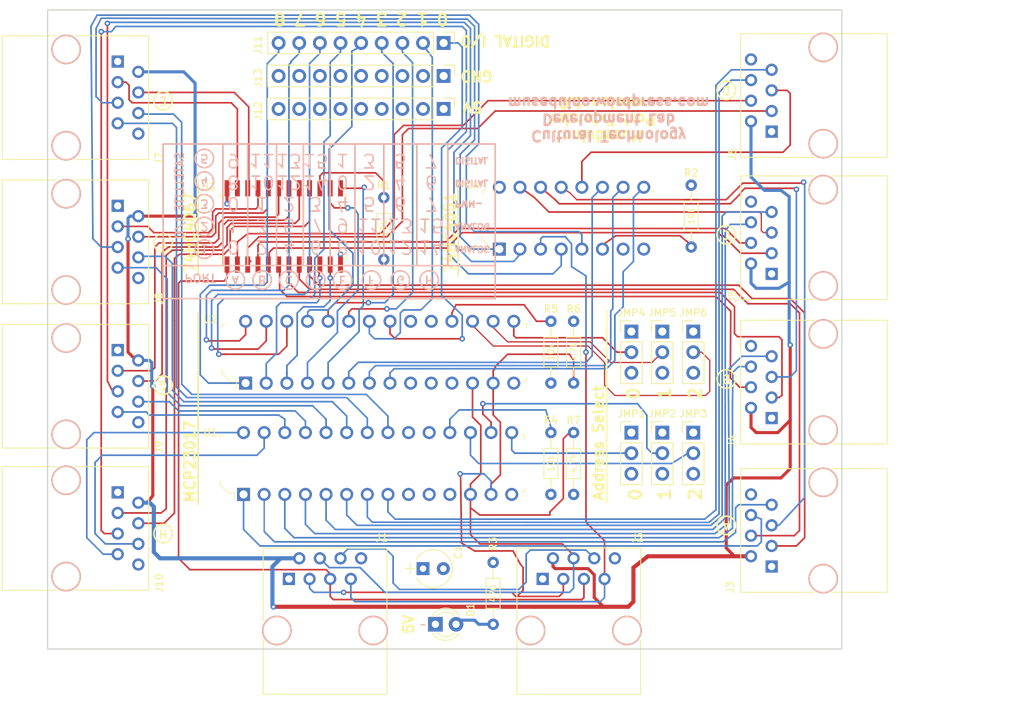
<source format=kicad_pcb>
(kicad_pcb (version 20171130) (host pcbnew "(5.0.0-3-g5ebb6b6)")
  (title_block (title "Muse MW Port Extender") (date 2018-06-07) (rev v1.0) (company CTDL) (comment 1 "Design: S. Cohen / R.Trujillo"))
  (layers (0 F.Cu signal) (1 In1.Cu power hide) (2 In2.Cu power hide) (31 B.Cu signal) (34 B.Paste user) (35 F.Paste user) (36 B.SilkS user) (37 F.SilkS user) (38 B.Mask user) (39 F.Mask user) (44 Edge.Cuts user))
  (net 0 "")
  (net 1 GND)
  (net 2 "Net-(D1-Pad2)")
  (net 3 +5V)
  (net 4 +3V3)
  (net 5 SDA)
  (net 6 SCL)
  (net 7 D2_INP)
  (net 8 A1_OUT1)
  (net 9 A2_OUT1)
  (net 10 D1_OUT1)
  (net 11 D2_OUT1)
  (net 12 A1_OUT2)
  (net 13 A2_OUT2)
  (net 14 D1_OUT2)
  (net 15 D2_OUT2)
  (net 16 A1_OUT3)
  (net 17 A2_OUT3)
  (net 18 D1_OUT3)
  (net 19 D2_OUT3)
  (net 20 "Net-(R1-Pad1)")
  (net 21 D1_OUT4)
  (net 22 D2_OUT4)
  (net 23 "Net-(U1-Pad11)")
  (net 24 "Net-(U1-Pad14)")
  (net 25 "Net-(U1-Pad19)")
  (net 26 "Net-(U1-Pad20)")
  (net 27 PWM_OUT1)
  (net 28 PWM_OUT2)
  (net 29 PWM_OUT3)
  (net 30 A1_OUT4)
  (net 31 A2_OUT4)
  (net 32 PWM_OUT4)
  (net 33 A1_OUT5)
  (net 34 A2_OUT5)
  (net 35 D1_OUT5)
  (net 36 D2_OUT5)
  (net 37 PWM_OUT5)
  (net 38 A1_OUT6)
  (net 39 A2_OUT6)
  (net 40 D1_OUT6)
  (net 41 D2_OUT6)
  (net 42 PWM_OUT6)
  (net 43 A1_OUT7)
  (net 44 A2_OUT7)
  (net 45 D1_OUT7)
  (net 46 D2_OUT7)
  (net 47 PWM_OUT7)
  (net 48 A1_OUT8)
  (net 49 A2_OUT8)
  (net 50 D1_OUT8)
  (net 51 D2_OUT8)
  (net 52 PWM_OUT8)
  (net 53 "Net-(R2-Pad1)")
  (net 54 "Net-(R4-Pad2)")
  (net 55 "Net-(R5-Pad2)")
  (net 56 AMUX_16_S0)
  (net 57 AMUX_16_S1)
  (net 58 AMUX_16_S2)
  (net 59 AMUX_16_S3)
  (net 60 AMUX_8_S2)
  (net 61 AMUX_8_S1)
  (net 62 AMUX_8_S0)
  (net 63 "Net-(U2-Pad11)")
  (net 64 "Net-(U2-Pad14)")
  (net 65 "Net-(U2-Pad19)")
  (net 66 "Net-(U2-Pad20)")
  (net 67 HDR_D1)
  (net 68 HDR_D2)
  (net 69 HDR_D3)
  (net 70 HDR_D4)
  (net 71 HDR_D5)
  (net 72 HDR_D6)
  (net 73 HDR_D7)
  (net 74 HDR_D8)
  (net 75 HDR_D9)
  (net 76 U1_A0)
  (net 77 U1_A1)
  (net 78 U1_A2)
  (net 79 U2_A0)
  (net 80 U2_A1)
  (net 81 U2_A2)
  (net 82 AMUX_16_COM_IN)
  (net 83 PWM_COM_OUT)
  (net 84 "Net-(U4-Pad8)")
  (module Connectors:RJ45_8 (layer F.Cu) (at 114.554 87.63 90)
    (fp_text reference J3 (at -2.54 -5.08 90) (layer F.SilkS) (effects (font (size 0.889 0.889))))
    (fp_text value RJ45_01X08)
    (pad 8 thru_hole circle (at 8.89 -2.54 90) (size 1.5 1.5) (drill 0.9) (layers *.Cu *.Mask) (net 1 GND))
    (pad 7 thru_hole circle (at 7.62 0 90) (size 1.5 1.5) (drill 0.9) (layers *.Cu *.Mask) (net 11 D2_OUT1))
    (pad 6 thru_hole circle (at 6.35 -2.54 90) (size 1.5 1.5) (drill 0.9) (layers *.Cu *.Mask) (net 10 D1_OUT1))
    (pad 5 thru_hole circle (at 5.08 0 90) (size 1.5 1.5) (drill 0.9) (layers *.Cu *.Mask) (net 27 PWM_OUT1))
    (pad 4 thru_hole circle (at 3.81 -2.54 90) (size 1.5 1.5) (drill 0.9) (layers *.Cu *.Mask) (net 9 A2_OUT1))
    (pad 3 thru_hole circle (at 2.54 0 90) (size 1.5 1.5) (drill 0.9) (layers *.Cu *.Mask) (net 8 A1_OUT1))
    (pad 2 thru_hole circle (at 1.27 -2.54 90) (size 1.5 1.5) (drill 0.9) (layers *.Cu *.Mask) (net 4 +3V3))
    (pad 1 thru_hole rect (at 0 0 90) (size 1.5 1.5) (drill 0.9) (layers *.Cu *.Mask) (net 3 +5V))
    (pad Hole np_thru_hole circle (at -1.49 6.35 90) (size 3.65 3.65) (drill 3.25) (layers *.Cu *.SilkS *.Mask))
    (pad Hole np_thru_hole circle (at 10.38 6.35 90) (size 3.65 3.65) (drill 3.25) (layers *.Cu *.SilkS *.Mask))
  )
  (module Connectors:RJ45_8 (layer F.Cu) (at 114.554 69.342 90)
    (fp_text reference J4 (at -2.794 -4.826 90) (layer F.SilkS) (effects (font (size 0.889 0.889))))
    (fp_text value RJ45_01X08)
    (pad 8 thru_hole circle (at 8.89 -2.54 90) (size 1.5 1.5) (drill 0.9) (layers *.Cu *.Mask) (net 1 GND))
    (pad 7 thru_hole circle (at 7.62 0 90) (size 1.5 1.5) (drill 0.9) (layers *.Cu *.Mask) (net 15 D2_OUT2))
    (pad 6 thru_hole circle (at 6.35 -2.54 90) (size 1.5 1.5) (drill 0.9) (layers *.Cu *.Mask) (net 14 D1_OUT2))
    (pad 5 thru_hole circle (at 5.08 0 90) (size 1.5 1.5) (drill 0.9) (layers *.Cu *.Mask) (net 28 PWM_OUT2))
    (pad 4 thru_hole circle (at 3.81 -2.54 90) (size 1.5 1.5) (drill 0.9) (layers *.Cu *.Mask) (net 13 A2_OUT2))
    (pad 3 thru_hole circle (at 2.54 0 90) (size 1.5 1.5) (drill 0.9) (layers *.Cu *.Mask) (net 12 A1_OUT2))
    (pad 2 thru_hole circle (at 1.27 -2.54 90) (size 1.5 1.5) (drill 0.9) (layers *.Cu *.Mask) (net 4 +3V3))
    (pad 1 thru_hole rect (at 0 0 90) (size 1.5 1.5) (drill 0.9) (layers *.Cu *.Mask) (net 3 +5V))
    (pad Hole np_thru_hole circle (at -1.49 6.35 90) (size 3.65 3.65) (drill 3.25) (layers *.Cu *.SilkS *.Mask))
    (pad Hole np_thru_hole circle (at 10.38 6.35 90) (size 3.65 3.65) (drill 3.25) (layers *.Cu *.SilkS *.Mask))
  )
  (module Connectors:RJ45_8 (layer F.Cu) (at 114.554 51.562 90)
    (fp_text reference J5 (at -2.794 -4.826 90) (layer F.SilkS) (effects (font (size 0.889 0.889))))
    (fp_text value RJ45_01X08)
    (pad 8 thru_hole circle (at 8.89 -2.54 90) (size 1.5 1.5) (drill 0.9) (layers *.Cu *.Mask) (net 1 GND))
    (pad 7 thru_hole circle (at 7.62 0 90) (size 1.5 1.5) (drill 0.9) (layers *.Cu *.Mask) (net 19 D2_OUT3))
    (pad 6 thru_hole circle (at 6.35 -2.54 90) (size 1.5 1.5) (drill 0.9) (layers *.Cu *.Mask) (net 18 D1_OUT3))
    (pad 5 thru_hole circle (at 5.08 0 90) (size 1.5 1.5) (drill 0.9) (layers *.Cu *.Mask) (net 29 PWM_OUT3))
    (pad 4 thru_hole circle (at 3.81 -2.54 90) (size 1.5 1.5) (drill 0.9) (layers *.Cu *.Mask) (net 17 A2_OUT3))
    (pad 3 thru_hole circle (at 2.54 0 90) (size 1.5 1.5) (drill 0.9) (layers *.Cu *.Mask) (net 16 A1_OUT3))
    (pad 2 thru_hole circle (at 1.27 -2.54 90) (size 1.5 1.5) (drill 0.9) (layers *.Cu *.Mask) (net 4 +3V3))
    (pad 1 thru_hole rect (at 0 0 90) (size 1.5 1.5) (drill 0.9) (layers *.Cu *.Mask) (net 3 +5V))
    (pad Hole np_thru_hole circle (at -1.49 6.35 90) (size 3.65 3.65) (drill 3.25) (layers *.Cu *.SilkS *.Mask))
    (pad Hole np_thru_hole circle (at 10.38 6.35 90) (size 3.65 3.65) (drill 3.25) (layers *.Cu *.SilkS *.Mask))
  )
  (module Connectors:RJ45_8 (layer F.Cu) (at 34.036 25.4 270)
    (fp_text reference J7 (at 11.938 -5.08 270) (layer F.SilkS) (effects (font (size 0.889 0.889))))
    (fp_text value RJ45_01X08)
    (pad 8 thru_hole circle (at 8.89 -2.54 270) (size 1.5 1.5) (drill 0.9) (layers *.Cu *.Mask) (net 1 GND))
    (pad 7 thru_hole circle (at 7.62 0 270) (size 1.5 1.5) (drill 0.9) (layers *.Cu *.Mask) (net 36 D2_OUT5))
    (pad 6 thru_hole circle (at 6.35 -2.54 270) (size 1.5 1.5) (drill 0.9) (layers *.Cu *.Mask) (net 35 D1_OUT5))
    (pad 5 thru_hole circle (at 5.08 0 270) (size 1.5 1.5) (drill 0.9) (layers *.Cu *.Mask) (net 37 PWM_OUT5))
    (pad 4 thru_hole circle (at 3.81 -2.54 270) (size 1.5 1.5) (drill 0.9) (layers *.Cu *.Mask) (net 34 A2_OUT5))
    (pad 3 thru_hole circle (at 2.54 0 270) (size 1.5 1.5) (drill 0.9) (layers *.Cu *.Mask) (net 33 A1_OUT5))
    (pad 2 thru_hole circle (at 1.27 -2.54 270) (size 1.5 1.5) (drill 0.9) (layers *.Cu *.Mask) (net 4 +3V3))
    (pad 1 thru_hole rect (at 0 0 270) (size 1.5 1.5) (drill 0.9) (layers *.Cu *.Mask) (net 3 +5V))
    (pad Hole np_thru_hole circle (at -1.49 6.35 270) (size 3.65 3.65) (drill 3.25) (layers *.Cu *.SilkS *.Mask))
    (pad Hole np_thru_hole circle (at 10.38 6.35 270) (size 3.65 3.65) (drill 3.25) (layers *.Cu *.SilkS *.Mask))
  )
  (module Connectors:RJ45_8 (layer F.Cu) (at 34.036 43.18 270)
    (fp_text reference J8 (at 11.43 -5.08 270) (layer F.SilkS) (effects (font (size 0.889 0.889))))
    (fp_text value RJ45_01X08)
    (pad 8 thru_hole circle (at 8.89 -2.54 270) (size 1.5 1.5) (drill 0.9) (layers *.Cu *.Mask) (net 1 GND))
    (pad 7 thru_hole circle (at 7.62 0 270) (size 1.5 1.5) (drill 0.9) (layers *.Cu *.Mask) (net 41 D2_OUT6))
    (pad 6 thru_hole circle (at 6.35 -2.54 270) (size 1.5 1.5) (drill 0.9) (layers *.Cu *.Mask) (net 40 D1_OUT6))
    (pad 5 thru_hole circle (at 5.08 0 270) (size 1.5 1.5) (drill 0.9) (layers *.Cu *.Mask) (net 42 PWM_OUT6))
    (pad 4 thru_hole circle (at 3.81 -2.54 270) (size 1.5 1.5) (drill 0.9) (layers *.Cu *.Mask) (net 39 A2_OUT6))
    (pad 3 thru_hole circle (at 2.54 0 270) (size 1.5 1.5) (drill 0.9) (layers *.Cu *.Mask) (net 38 A1_OUT6))
    (pad 2 thru_hole circle (at 1.27 -2.54 270) (size 1.5 1.5) (drill 0.9) (layers *.Cu *.Mask) (net 4 +3V3))
    (pad 1 thru_hole rect (at 0 0 270) (size 1.5 1.5) (drill 0.9) (layers *.Cu *.Mask) (net 3 +5V))
    (pad Hole np_thru_hole circle (at -1.49 6.35 270) (size 3.65 3.65) (drill 3.25) (layers *.Cu *.SilkS *.Mask))
    (pad Hole np_thru_hole circle (at 10.38 6.35 270) (size 3.65 3.65) (drill 3.25) (layers *.Cu *.SilkS *.Mask))
  )
  (module Connectors:RJ45_8 (layer F.Cu) (at 114.554 34.036 90)
    (fp_text reference J6 (at -2.794 -4.826 90) (layer F.SilkS) (effects (font (size 0.889 0.889))))
    (fp_text value RJ45_01X08)
    (pad 8 thru_hole circle (at 8.89 -2.54 90) (size 1.5 1.5) (drill 0.9) (layers *.Cu *.Mask) (net 1 GND))
    (pad 7 thru_hole circle (at 7.62 0 90) (size 1.5 1.5) (drill 0.9) (layers *.Cu *.Mask) (net 22 D2_OUT4))
    (pad 6 thru_hole circle (at 6.35 -2.54 90) (size 1.5 1.5) (drill 0.9) (layers *.Cu *.Mask) (net 21 D1_OUT4))
    (pad 5 thru_hole circle (at 5.08 0 90) (size 1.5 1.5) (drill 0.9) (layers *.Cu *.Mask) (net 32 PWM_OUT4))
    (pad 4 thru_hole circle (at 3.81 -2.54 90) (size 1.5 1.5) (drill 0.9) (layers *.Cu *.Mask) (net 31 A2_OUT4))
    (pad 3 thru_hole circle (at 2.54 0 90) (size 1.5 1.5) (drill 0.9) (layers *.Cu *.Mask) (net 30 A1_OUT4))
    (pad 2 thru_hole circle (at 1.27 -2.54 90) (size 1.5 1.5) (drill 0.9) (layers *.Cu *.Mask) (net 4 +3V3))
    (pad 1 thru_hole rect (at 0 0 90) (size 1.5 1.5) (drill 0.9) (layers *.Cu *.Mask) (net 3 +5V))
    (pad Hole np_thru_hole circle (at -1.49 6.35 90) (size 3.65 3.65) (drill 3.25) (layers *.Cu *.SilkS *.Mask))
    (pad Hole np_thru_hole circle (at 10.38 6.35 90) (size 3.65 3.65) (drill 3.25) (layers *.Cu *.SilkS *.Mask))
  )
  (module Connectors:RJ45_8 (layer F.Cu) (at 34.036 60.96 270)
    (fp_text reference J9 (at 11.938 -5.08 270) (layer F.SilkS) (effects (font (size 0.889 0.889))))
    (fp_text value RJ45_01X08)
    (pad 8 thru_hole circle (at 8.89 -2.54 270) (size 1.5 1.5) (drill 0.9) (layers *.Cu *.Mask) (net 1 GND))
    (pad 7 thru_hole circle (at 7.62 0 270) (size 1.5 1.5) (drill 0.9) (layers *.Cu *.Mask) (net 46 D2_OUT7))
    (pad 6 thru_hole circle (at 6.35 -2.54 270) (size 1.5 1.5) (drill 0.9) (layers *.Cu *.Mask) (net 45 D1_OUT7))
    (pad 5 thru_hole circle (at 5.08 0 270) (size 1.5 1.5) (drill 0.9) (layers *.Cu *.Mask) (net 47 PWM_OUT7))
    (pad 4 thru_hole circle (at 3.81 -2.54 270) (size 1.5 1.5) (drill 0.9) (layers *.Cu *.Mask) (net 44 A2_OUT7))
    (pad 3 thru_hole circle (at 2.54 0 270) (size 1.5 1.5) (drill 0.9) (layers *.Cu *.Mask) (net 43 A1_OUT7))
    (pad 2 thru_hole circle (at 1.27 -2.54 270) (size 1.5 1.5) (drill 0.9) (layers *.Cu *.Mask) (net 4 +3V3))
    (pad 1 thru_hole rect (at 0 0 270) (size 1.5 1.5) (drill 0.9) (layers *.Cu *.Mask) (net 3 +5V))
    (pad Hole np_thru_hole circle (at -1.49 6.35 270) (size 3.65 3.65) (drill 3.25) (layers *.Cu *.SilkS *.Mask))
    (pad Hole np_thru_hole circle (at 10.38 6.35 270) (size 3.65 3.65) (drill 3.25) (layers *.Cu *.SilkS *.Mask))
  )
  (module Connectors:RJ45_8 (layer F.Cu) (at 34.036 78.486 270)
    (fp_text reference J10 (at 11.176 -5.08 270) (layer F.SilkS) (effects (font (size 0.889 0.889))))
    (fp_text value RJ45_01X08)
    (pad 8 thru_hole circle (at 8.89 -2.54 270) (size 1.5 1.5) (drill 0.9) (layers *.Cu *.Mask) (net 1 GND))
    (pad 7 thru_hole circle (at 7.62 0 270) (size 1.5 1.5) (drill 0.9) (layers *.Cu *.Mask) (net 51 D2_OUT8))
    (pad 6 thru_hole circle (at 6.35 -2.54 270) (size 1.5 1.5) (drill 0.9) (layers *.Cu *.Mask) (net 50 D1_OUT8))
    (pad 5 thru_hole circle (at 5.08 0 270) (size 1.5 1.5) (drill 0.9) (layers *.Cu *.Mask) (net 52 PWM_OUT8))
    (pad 4 thru_hole circle (at 3.81 -2.54 270) (size 1.5 1.5) (drill 0.9) (layers *.Cu *.Mask) (net 49 A2_OUT8))
    (pad 3 thru_hole circle (at 2.54 0 270) (size 1.5 1.5) (drill 0.9) (layers *.Cu *.Mask) (net 48 A1_OUT8))
    (pad 2 thru_hole circle (at 1.27 -2.54 270) (size 1.5 1.5) (drill 0.9) (layers *.Cu *.Mask) (net 4 +3V3))
    (pad 1 thru_hole rect (at 0 0 270) (size 1.5 1.5) (drill 0.9) (layers *.Cu *.Mask) (net 3 +5V))
    (pad Hole np_thru_hole circle (at -1.49 6.35 270) (size 3.65 3.65) (drill 3.25) (layers *.Cu *.SilkS *.Mask))
    (pad Hole np_thru_hole circle (at 10.38 6.35 270) (size 3.65 3.65) (drill 3.25) (layers *.Cu *.SilkS *.Mask))
  )
  (module digikey-footprints:SSOP-24_W5.30mm (layer F.Cu) (at 53.848 45.72 90)
    (fp_text reference U3 (at 4.826 -8.636 180) (layer F.SilkS) (effects (font (size 0.889 0.889))))
    (fp_text value CD74HC4067SM96)
    (pad 13 smd rect (at 4.7 7.62 90) (size 2 0.6) (layers F.Cu F.Paste F.Mask) (net 59 AMUX_16_S3))
    (pad 12 smd rect (at -4.7 7.62 90) (size 2 0.6) (layers F.Cu F.Paste F.Mask) (net 1 GND))
    (pad 24 smd rect (at 4.7 -6.35 90) (size 2 0.6) (layers F.Cu F.Paste F.Mask) (net 3 +5V))
    (pad 23 smd rect (at 4.7 -5.08 90) (size 2 0.6) (layers F.Cu F.Paste F.Mask) (net 33 A1_OUT5))
    (pad 22 smd rect (at 4.7 -3.81 90) (size 2 0.6) (layers F.Cu F.Paste F.Mask) (net 34 A2_OUT5))
    (pad 21 smd rect (at 4.7 -2.54 90) (size 2 0.6) (layers F.Cu F.Paste F.Mask) (net 38 A1_OUT6))
    (pad 20 smd rect (at 4.7 -1.27 90) (size 2 0.6) (layers F.Cu F.Paste F.Mask) (net 39 A2_OUT6))
    (pad 19 smd rect (at 4.7 0 90) (size 2 0.6) (layers F.Cu F.Paste F.Mask) (net 43 A1_OUT7))
    (pad 18 smd rect (at 4.7 1.27 90) (size 2 0.6) (layers F.Cu F.Paste F.Mask) (net 44 A2_OUT7))
    (pad 17 smd rect (at 4.7 2.54 90) (size 2 0.6) (layers F.Cu F.Paste F.Mask) (net 48 A1_OUT8))
    (pad 16 smd rect (at 4.7 3.81 90) (size 2 0.6) (layers F.Cu F.Paste F.Mask) (net 49 A2_OUT8))
    (pad 15 smd rect (at 4.7 5.08 90) (size 2 0.6) (layers F.Cu F.Paste F.Mask) (net 20 "Net-(R1-Pad1)"))
    (pad 14 smd rect (at 4.7 6.35 90) (size 2 0.6) (layers F.Cu F.Paste F.Mask) (net 58 AMUX_16_S2))
    (pad 11 smd rect (at -4.7 6.35 90) (size 2 0.6) (layers F.Cu F.Paste F.Mask) (net 57 AMUX_16_S1))
    (pad 10 smd rect (at -4.7 5.08 90) (size 2 0.6) (layers F.Cu F.Paste F.Mask) (net 56 AMUX_16_S0))
    (pad 9 smd rect (at -4.7 3.81 90) (size 2 0.6) (layers F.Cu F.Paste F.Mask) (net 8 A1_OUT1))
    (pad 8 smd rect (at -4.7 2.54 90) (size 2 0.6) (layers F.Cu F.Paste F.Mask) (net 9 A2_OUT1))
    (pad 7 smd rect (at -4.7 1.27 90) (size 2 0.6) (layers F.Cu F.Paste F.Mask) (net 12 A1_OUT2))
    (pad 6 smd rect (at -4.7 0 90) (size 2 0.6) (layers F.Cu F.Paste F.Mask) (net 13 A2_OUT2))
    (pad 5 smd rect (at -4.7 -1.27 90) (size 2 0.6) (layers F.Cu F.Paste F.Mask) (net 16 A1_OUT3))
    (pad 4 smd rect (at -4.7 -2.54 90) (size 2 0.6) (layers F.Cu F.Paste F.Mask) (net 17 A2_OUT3))
    (pad 3 smd rect (at -4.7 -3.81 90) (size 2 0.6) (layers F.Cu F.Paste F.Mask) (net 30 A1_OUT4))
    (pad 2 smd rect (at -4.7 -5.08 90) (size 2 0.6) (layers F.Cu F.Paste F.Mask) (net 31 A2_OUT4))
    (pad 1 smd rect (at -4.7 -6.35 90) (size 2 0.6) (layers F.Cu F.Paste F.Mask) (net 82 AMUX_16_COM_IN))
  )
  (module Resistors_THT:R_Axial_DIN0204_L3.6mm_D1.6mm_P7.62mm_Horizontal (layer F.Cu) (at 104.648 48.26 90)
    (fp_text reference R2 (at 9.144 0 180) (layer F.SilkS) (effects (font (size 0.889 0.889))))
    (fp_text value 10K)
    (pad 1 thru_hole circle (at 0 0 90) (size 1.4 1.4) (drill 0.7) (layers *.Cu *.Mask) (net 53 "Net-(R2-Pad1)"))
    (pad 2 thru_hole oval (at 7.62 0 90) (size 1.4 1.4) (drill 0.7) (layers *.Cu *.Mask) (net 1 GND))
  )
  (module LEDs:LED_D3.0mm (layer F.Cu) (at 73.152 94.742)
    (fp_text reference D1 (at 4.318 -1.778 270) (layer F.SilkS) (effects (font (size 0.889 0.889))))
    (fp_text value LED)
    (pad 1 thru_hole rect (at 0 0) (size 1.8 1.8) (drill 0.9) (layers *.Cu *.Mask) (net 1 GND))
    (pad 2 thru_hole circle (at 2.54 0) (size 1.8 1.8) (drill 0.9) (layers *.Cu *.Mask) (net 2 "Net-(D1-Pad2)"))
  )
  (module Connectors:RJ45_8 (layer F.Cu) (at 55.118 89.154)
    (fp_text reference J1 (at 11.43 -5.08) (layer F.SilkS) (effects (font (size 0.889 0.889))))
    (fp_text value RJ45_01X08)
    (pad Hole np_thru_hole circle (at 10.38 6.35) (size 3.65 3.65) (drill 3.25) (layers *.Cu *.SilkS *.Mask))
    (pad Hole np_thru_hole circle (at -1.49 6.35) (size 3.65 3.65) (drill 3.25) (layers *.Cu *.SilkS *.Mask))
    (pad 1 thru_hole rect (at 0 0) (size 1.5 1.5) (drill 0.9) (layers *.Cu *.Mask) (net 3 +5V))
    (pad 2 thru_hole circle (at 1.27 -2.54) (size 1.5 1.5) (drill 0.9) (layers *.Cu *.Mask) (net 4 +3V3))
    (pad 3 thru_hole circle (at 2.54 0) (size 1.5 1.5) (drill 0.9) (layers *.Cu *.Mask) (net 5 SDA))
    (pad 4 thru_hole circle (at 3.81 -2.54) (size 1.5 1.5) (drill 0.9) (layers *.Cu *.Mask) (net 6 SCL))
    (pad 5 thru_hole circle (at 5.08 0) (size 1.5 1.5) (drill 0.9) (layers *.Cu *.Mask) (net 82 AMUX_16_COM_IN))
    (pad 6 thru_hole circle (at 6.35 -2.54) (size 1.5 1.5) (drill 0.9) (layers *.Cu *.Mask) (net 7 D2_INP))
    (pad 7 thru_hole circle (at 7.62 0) (size 1.5 1.5) (drill 0.9) (layers *.Cu *.Mask) (net 83 PWM_COM_OUT))
    (pad 8 thru_hole circle (at 8.89 -2.54) (size 1.5 1.5) (drill 0.9) (layers *.Cu *.Mask) (net 1 GND))
  )
  (module Connectors:RJ45_8 (layer F.Cu) (at 86.36 89.154)
    (fp_text reference J2 (at 11.684 -5.08) (layer F.SilkS) (effects (font (size 0.889 0.889))))
    (fp_text value RJ45_01X08)
    (pad Hole np_thru_hole circle (at 10.38 6.35) (size 3.65 3.65) (drill 3.25) (layers *.Cu *.SilkS *.Mask))
    (pad Hole np_thru_hole circle (at -1.49 6.35) (size 3.65 3.65) (drill 3.25) (layers *.Cu *.SilkS *.Mask))
    (pad 1 thru_hole rect (at 0 0) (size 1.5 1.5) (drill 0.9) (layers *.Cu *.Mask) (net 3 +5V))
    (pad 2 thru_hole circle (at 1.27 -2.54) (size 1.5 1.5) (drill 0.9) (layers *.Cu *.Mask) (net 4 +3V3))
    (pad 3 thru_hole circle (at 2.54 0) (size 1.5 1.5) (drill 0.9) (layers *.Cu *.Mask) (net 5 SDA))
    (pad 4 thru_hole circle (at 3.81 -2.54) (size 1.5 1.5) (drill 0.9) (layers *.Cu *.Mask) (net 6 SCL))
    (pad 5 thru_hole circle (at 5.08 0) (size 1.5 1.5) (drill 0.9) (layers *.Cu *.Mask) (net 82 AMUX_16_COM_IN))
    (pad 6 thru_hole circle (at 6.35 -2.54) (size 1.5 1.5) (drill 0.9) (layers *.Cu *.Mask) (net 7 D2_INP))
    (pad 7 thru_hole circle (at 7.62 0) (size 1.5 1.5) (drill 0.9) (layers *.Cu *.Mask) (net 83 PWM_COM_OUT))
    (pad 8 thru_hole circle (at 8.89 -2.54) (size 1.5 1.5) (drill 0.9) (layers *.Cu *.Mask) (net 1 GND))
  )
  (module Resistors_THT:R_Axial_DIN0204_L3.6mm_D1.6mm_P7.62mm_Horizontal (layer F.Cu) (at 66.802 42.164 270)
    (fp_text reference R1 (at -1.524 0) (layer F.SilkS) (effects (font (size 0.889 0.889))))
    (fp_text value 10K)
    (pad 1 thru_hole circle (at 0 0 270) (size 1.4 1.4) (drill 0.7) (layers *.Cu *.Mask) (net 20 "Net-(R1-Pad1)"))
    (pad 2 thru_hole oval (at 7.62 0 270) (size 1.4 1.4) (drill 0.7) (layers *.Cu *.Mask) (net 1 GND))
  )
  (module digikey-footprints:DIP-28_W7.62mm (layer F.Cu) (at 49.53 78.74 90)
    (fp_text reference U1 (at 7.62 -4.064 180) (layer F.SilkS) (effects (font (size 0.889 0.889))))
    (fp_text value MCP23017-E_SP)
    (pad 1 thru_hole rect (at 0 0 90) (size 1.6 1.6) (drill 1) (layers *.Cu *.Mask) (net 10 D1_OUT1))
    (pad 2 thru_hole circle (at 0 2.54 90) (size 1.6 1.6) (drill 1) (layers *.Cu *.Mask) (net 11 D2_OUT1))
    (pad 3 thru_hole circle (at 0 5.08 90) (size 1.6 1.6) (drill 1) (layers *.Cu *.Mask) (net 14 D1_OUT2))
    (pad 4 thru_hole circle (at 0 7.62 90) (size 1.6 1.6) (drill 1) (layers *.Cu *.Mask) (net 15 D2_OUT2))
    (pad 5 thru_hole circle (at 0 10.16 90) (size 1.6 1.6) (drill 1) (layers *.Cu *.Mask) (net 18 D1_OUT3))
    (pad 6 thru_hole circle (at 0 12.7 90) (size 1.6 1.6) (drill 1) (layers *.Cu *.Mask) (net 19 D2_OUT3))
    (pad 7 thru_hole circle (at 0 15.24 90) (size 1.6 1.6) (drill 1) (layers *.Cu *.Mask) (net 21 D1_OUT4))
    (pad 8 thru_hole circle (at 0 17.78 90) (size 1.6 1.6) (drill 1) (layers *.Cu *.Mask) (net 22 D2_OUT4))
    (pad 9 thru_hole circle (at 0 20.32 90) (size 1.6 1.6) (drill 1) (layers *.Cu *.Mask) (net 3 +5V))
    (pad 10 thru_hole circle (at 0 22.86 90) (size 1.6 1.6) (drill 1) (layers *.Cu *.Mask) (net 1 GND))
    (pad 11 thru_hole circle (at 0 25.4 90) (size 1.6 1.6) (drill 1) (layers *.Cu *.Mask) (net 23 "Net-(U1-Pad11)"))
    (pad 12 thru_hole circle (at 0 27.94 90) (size 1.6 1.6) (drill 1) (layers *.Cu *.Mask) (net 6 SCL))
    (pad 13 thru_hole circle (at 0 30.48 90) (size 1.6 1.6) (drill 1) (layers *.Cu *.Mask) (net 5 SDA))
    (pad 14 thru_hole circle (at 0 33.02 90) (size 1.6 1.6) (drill 1) (layers *.Cu *.Mask) (net 24 "Net-(U1-Pad14)"))
    (pad 15 thru_hole circle (at 7.62 33.02 90) (size 1.6 1.6) (drill 1) (layers *.Cu *.Mask) (net 76 U1_A0))
    (pad 16 thru_hole circle (at 7.62 30.48 90) (size 1.6 1.6) (drill 1) (layers *.Cu *.Mask) (net 77 U1_A1))
    (pad 17 thru_hole circle (at 7.62 27.94 90) (size 1.6 1.6) (drill 1) (layers *.Cu *.Mask) (net 78 U1_A2))
    (pad 18 thru_hole circle (at 7.62 25.4 90) (size 1.6 1.6) (drill 1) (layers *.Cu *.Mask) (net 54 "Net-(R4-Pad2)"))
    (pad 19 thru_hole circle (at 7.62 22.86 90) (size 1.6 1.6) (drill 1) (layers *.Cu *.Mask) (net 25 "Net-(U1-Pad19)"))
    (pad 20 thru_hole circle (at 7.62 20.32 90) (size 1.6 1.6) (drill 1) (layers *.Cu *.Mask) (net 26 "Net-(U1-Pad20)"))
    (pad 21 thru_hole circle (at 7.62 17.78 90) (size 1.6 1.6) (drill 1) (layers *.Cu *.Mask) (net 35 D1_OUT5))
    (pad 22 thru_hole circle (at 7.62 15.24 90) (size 1.6 1.6) (drill 1) (layers *.Cu *.Mask) (net 36 D2_OUT5))
    (pad 23 thru_hole circle (at 7.62 12.7 90) (size 1.6 1.6) (drill 1) (layers *.Cu *.Mask) (net 40 D1_OUT6))
    (pad 24 thru_hole circle (at 7.62 10.16 90) (size 1.6 1.6) (drill 1) (layers *.Cu *.Mask) (net 41 D2_OUT6))
    (pad 25 thru_hole circle (at 7.62 7.62 90) (size 1.6 1.6) (drill 1) (layers *.Cu *.Mask) (net 45 D1_OUT7))
    (pad 26 thru_hole circle (at 7.62 5.08 90) (size 1.6 1.6) (drill 1) (layers *.Cu *.Mask) (net 46 D2_OUT7))
    (pad 27 thru_hole circle (at 7.62 2.54 90) (size 1.6 1.6) (drill 1) (layers *.Cu *.Mask) (net 50 D1_OUT8))
    (pad 28 thru_hole circle (at 7.62 0 90) (size 1.6 1.6) (drill 1) (layers *.Cu *.Mask) (net 51 D2_OUT8))
  )
  (module digikey-footprints:DIP-16_W7.62mm (layer F.Cu) (at 81.026 48.514 90)
    (fp_text reference U4 (at 7.874 -3.302 180) (layer F.SilkS) (effects (font (size 0.889 0.889))))
    (fp_text value CD74HC4051E)
    (pad 1 thru_hole rect (at 0 0 90) (size 1.6 1.6) (drill 1) (layers *.Cu *.Mask) (net 37 PWM_OUT5))
    (pad 2 thru_hole circle (at 0 2.54 90) (size 1.6 1.6) (drill 1) (layers *.Cu *.Mask) (net 47 PWM_OUT7))
    (pad 3 thru_hole circle (at 0 5.08 90) (size 1.6 1.6) (drill 1) (layers *.Cu *.Mask) (net 83 PWM_COM_OUT))
    (pad 4 thru_hole circle (at 0 7.62 90) (size 1.6 1.6) (drill 1) (layers *.Cu *.Mask) (net 52 PWM_OUT8))
    (pad 5 thru_hole circle (at 0 10.16 90) (size 1.6 1.6) (drill 1) (layers *.Cu *.Mask) (net 42 PWM_OUT6))
    (pad 6 thru_hole circle (at 0 12.7 90) (size 1.6 1.6) (drill 1) (layers *.Cu *.Mask) (net 53 "Net-(R2-Pad1)"))
    (pad 7 thru_hole circle (at 0 15.24 90) (size 1.6 1.6) (drill 1) (layers *.Cu *.Mask) (net 1 GND))
    (pad 10 thru_hole circle (at 7.62 15.24 90) (size 1.6 1.6) (drill 1) (layers *.Cu *.Mask) (net 61 AMUX_8_S1))
    (pad 11 thru_hole circle (at 7.62 12.7 90) (size 1.6 1.6) (drill 1) (layers *.Cu *.Mask) (net 62 AMUX_8_S0))
    (pad 12 thru_hole circle (at 7.62 10.16 90) (size 1.6 1.6) (drill 1) (layers *.Cu *.Mask) (net 32 PWM_OUT4))
    (pad 13 thru_hole circle (at 7.62 7.62 90) (size 1.6 1.6) (drill 1) (layers *.Cu *.Mask) (net 27 PWM_OUT1))
    (pad 14 thru_hole circle (at 7.62 5.08 90) (size 1.6 1.6) (drill 1) (layers *.Cu *.Mask) (net 28 PWM_OUT2))
    (pad 15 thru_hole circle (at 7.62 2.54 90) (size 1.6 1.6) (drill 1) (layers *.Cu *.Mask) (net 29 PWM_OUT3))
    (pad 16 thru_hole circle (at 7.62 0 90) (size 1.6 1.6) (drill 1) (layers *.Cu *.Mask) (net 3 +5V))
    (pad 8 thru_hole circle (at 0 17.78 90) (size 1.6 1.6) (drill 1) (layers *.Cu *.Mask) (net 84 "Net-(U4-Pad8)"))
    (pad 9 thru_hole circle (at 7.62 17.78 90) (size 1.6 1.6) (drill 1) (layers *.Cu *.Mask) (net 60 AMUX_8_S2))
  )
  (module Capacitors_THT:CP_Radial_Tantal_D4.5mm_P2.50mm (layer F.Cu) (at 71.628 87.884)
    (fp_text reference C1 (at 4.318 -2.032 270) (layer F.SilkS) (effects (font (size 0.889 0.889))))
    (fp_text value 0.1)
    (pad 1 thru_hole rect (at 0 0) (size 1.6 1.6) (drill 0.8) (layers *.Cu *.Mask) (net 3 +5V))
    (pad 2 thru_hole circle (at 2.5 0) (size 1.6 1.6) (drill 0.8) (layers *.Cu *.Mask) (net 1 GND))
  )
  (module Resistors_THT:R_Axial_DIN0204_L3.6mm_D1.6mm_P7.62mm_Horizontal (layer F.Cu) (at 80.264 87.122 270)
    (fp_text reference R3 (at -2.286 0 90) (layer F.SilkS) (effects (font (size 0.889 0.889))))
    (fp_text value 470)
    (pad 1 thru_hole circle (at 0 0 270) (size 1.4 1.4) (drill 0.7) (layers *.Cu *.Mask) (net 3 +5V))
    (pad 2 thru_hole oval (at 7.62 0 270) (size 1.4 1.4) (drill 0.7) (layers *.Cu *.Mask) (net 2 "Net-(D1-Pad2)"))
  )
  (module Resistors_THT:R_Axial_DIN0204_L3.6mm_D1.6mm_P7.62mm_Horizontal (layer F.Cu) (at 87.376 78.74 90)
    (fp_text reference R4 (at 9.144 0 180) (layer F.SilkS) (effects (font (size 0.889 0.889))))
    (fp_text value 10K)
    (pad 1 thru_hole circle (at 0 0 90) (size 1.4 1.4) (drill 0.7) (layers *.Cu *.Mask) (net 3 +5V))
    (pad 2 thru_hole oval (at 7.62 0 90) (size 1.4 1.4) (drill 0.7) (layers *.Cu *.Mask) (net 54 "Net-(R4-Pad2)"))
  )
  (module Resistors_THT:R_Axial_DIN0204_L3.6mm_D1.6mm_P7.62mm_Horizontal (layer F.Cu) (at 87.376 65.024 90)
    (fp_text reference R5 (at 9.144 0 180) (layer F.SilkS) (effects (font (size 0.889 0.889))))
    (fp_text value 10K)
    (pad 1 thru_hole circle (at 0 0 90) (size 1.4 1.4) (drill 0.7) (layers *.Cu *.Mask) (net 3 +5V))
    (pad 2 thru_hole oval (at 7.62 0 90) (size 1.4 1.4) (drill 0.7) (layers *.Cu *.Mask) (net 55 "Net-(R5-Pad2)"))
  )
  (module digikey-footprints:DIP-28_W7.62mm (layer F.Cu) (at 49.784 65.024 90)
    (fp_text reference U2 (at 7.874 -4.318 180) (layer F.SilkS) (effects (font (size 0.889 0.889))))
    (fp_text value MCP23017-E_SP)
    (pad 1 thru_hole rect (at 0 0 90) (size 1.6 1.6) (drill 1) (layers *.Cu *.Mask) (net 75 HDR_D9))
    (pad 2 thru_hole circle (at 0 2.54 90) (size 1.6 1.6) (drill 1) (layers *.Cu *.Mask) (net 56 AMUX_16_S0))
    (pad 3 thru_hole circle (at 0 5.08 90) (size 1.6 1.6) (drill 1) (layers *.Cu *.Mask) (net 57 AMUX_16_S1))
    (pad 4 thru_hole circle (at 0 7.62 90) (size 1.6 1.6) (drill 1) (layers *.Cu *.Mask) (net 58 AMUX_16_S2))
    (pad 5 thru_hole circle (at 0 10.16 90) (size 1.6 1.6) (drill 1) (layers *.Cu *.Mask) (net 59 AMUX_16_S3))
    (pad 6 thru_hole circle (at 0 12.7 90) (size 1.6 1.6) (drill 1) (layers *.Cu *.Mask) (net 62 AMUX_8_S0))
    (pad 7 thru_hole circle (at 0 15.24 90) (size 1.6 1.6) (drill 1) (layers *.Cu *.Mask) (net 61 AMUX_8_S1))
    (pad 8 thru_hole circle (at 0 17.78 90) (size 1.6 1.6) (drill 1) (layers *.Cu *.Mask) (net 60 AMUX_8_S2))
    (pad 9 thru_hole circle (at 0 20.32 90) (size 1.6 1.6) (drill 1) (layers *.Cu *.Mask) (net 3 +5V))
    (pad 10 thru_hole circle (at 0 22.86 90) (size 1.6 1.6) (drill 1) (layers *.Cu *.Mask) (net 1 GND))
    (pad 11 thru_hole circle (at 0 25.4 90) (size 1.6 1.6) (drill 1) (layers *.Cu *.Mask) (net 63 "Net-(U2-Pad11)"))
    (pad 12 thru_hole circle (at 0 27.94 90) (size 1.6 1.6) (drill 1) (layers *.Cu *.Mask) (net 6 SCL))
    (pad 13 thru_hole circle (at 0 30.48 90) (size 1.6 1.6) (drill 1) (layers *.Cu *.Mask) (net 5 SDA))
    (pad 14 thru_hole circle (at 0 33.02 90) (size 1.6 1.6) (drill 1) (layers *.Cu *.Mask) (net 64 "Net-(U2-Pad14)"))
    (pad 15 thru_hole circle (at 7.62 33.02 90) (size 1.6 1.6) (drill 1) (layers *.Cu *.Mask) (net 79 U2_A0))
    (pad 16 thru_hole circle (at 7.62 30.48 90) (size 1.6 1.6) (drill 1) (layers *.Cu *.Mask) (net 80 U2_A1))
    (pad 17 thru_hole circle (at 7.62 27.94 90) (size 1.6 1.6) (drill 1) (layers *.Cu *.Mask) (net 81 U2_A2))
    (pad 18 thru_hole circle (at 7.62 25.4 90) (size 1.6 1.6) (drill 1) (layers *.Cu *.Mask) (net 55 "Net-(R5-Pad2)"))
    (pad 19 thru_hole circle (at 7.62 22.86 90) (size 1.6 1.6) (drill 1) (layers *.Cu *.Mask) (net 65 "Net-(U2-Pad19)"))
    (pad 20 thru_hole circle (at 7.62 20.32 90) (size 1.6 1.6) (drill 1) (layers *.Cu *.Mask) (net 66 "Net-(U2-Pad20)"))
    (pad 21 thru_hole circle (at 7.62 17.78 90) (size 1.6 1.6) (drill 1) (layers *.Cu *.Mask) (net 67 HDR_D1))
    (pad 22 thru_hole circle (at 7.62 15.24 90) (size 1.6 1.6) (drill 1) (layers *.Cu *.Mask) (net 68 HDR_D2))
    (pad 23 thru_hole circle (at 7.62 12.7 90) (size 1.6 1.6) (drill 1) (layers *.Cu *.Mask) (net 69 HDR_D3))
    (pad 24 thru_hole circle (at 7.62 10.16 90) (size 1.6 1.6) (drill 1) (layers *.Cu *.Mask) (net 70 HDR_D4))
    (pad 25 thru_hole circle (at 7.62 7.62 90) (size 1.6 1.6) (drill 1) (layers *.Cu *.Mask) (net 71 HDR_D5))
    (pad 26 thru_hole circle (at 7.62 5.08 90) (size 1.6 1.6) (drill 1) (layers *.Cu *.Mask) (net 72 HDR_D6))
    (pad 27 thru_hole circle (at 7.62 2.54 90) (size 1.6 1.6) (drill 1) (layers *.Cu *.Mask) (net 73 HDR_D7))
    (pad 28 thru_hole circle (at 7.62 0 90) (size 1.6 1.6) (drill 1) (layers *.Cu *.Mask) (net 74 HDR_D8))
  )
  (module Pin_Headers:Pin_Header_Straight_1x09_Pitch2.54mm (layer F.Cu) (at 74.168 23.114 270)
    (fp_text reference J11 (at 0.254 22.86 270) (layer F.SilkS) (effects (font (size 0.889 0.889))))
    (fp_text value Conn_01x09)
    (pad 1 thru_hole rect (at 0 0 270) (size 1.7 1.7) (drill 1) (layers *.Cu *.Mask) (net 67 HDR_D1))
    (pad 2 thru_hole oval (at 0 2.54 270) (size 1.7 1.7) (drill 1) (layers *.Cu *.Mask) (net 68 HDR_D2))
    (pad 3 thru_hole oval (at 0 5.08 270) (size 1.7 1.7) (drill 1) (layers *.Cu *.Mask) (net 69 HDR_D3))
    (pad 4 thru_hole oval (at 0 7.62 270) (size 1.7 1.7) (drill 1) (layers *.Cu *.Mask) (net 70 HDR_D4))
    (pad 5 thru_hole oval (at 0 10.16 270) (size 1.7 1.7) (drill 1) (layers *.Cu *.Mask) (net 71 HDR_D5))
    (pad 6 thru_hole oval (at 0 12.7 270) (size 1.7 1.7) (drill 1) (layers *.Cu *.Mask) (net 72 HDR_D6))
    (pad 7 thru_hole oval (at 0 15.24 270) (size 1.7 1.7) (drill 1) (layers *.Cu *.Mask) (net 73 HDR_D7))
    (pad 8 thru_hole oval (at 0 17.78 270) (size 1.7 1.7) (drill 1) (layers *.Cu *.Mask) (net 74 HDR_D8))
    (pad 9 thru_hole oval (at 0 20.32 270) (size 1.7 1.7) (drill 1) (layers *.Cu *.Mask) (net 75 HDR_D9))
  )
  (module Pin_Headers:Pin_Header_Straight_1x09_Pitch2.54mm (layer F.Cu) (at 74.168 31.242 270)
    (fp_text reference J12 (at 0.254 22.86 270) (layer F.SilkS) (effects (font (size 0.889 0.889))))
    (fp_text value Conn_01x09)
    (pad 1 thru_hole rect (at 0 0 270) (size 1.7 1.7) (drill 1) (layers *.Cu *.Mask) (net 3 +5V))
    (pad 2 thru_hole oval (at 0 2.54 270) (size 1.7 1.7) (drill 1) (layers *.Cu *.Mask) (net 3 +5V))
    (pad 3 thru_hole oval (at 0 5.08 270) (size 1.7 1.7) (drill 1) (layers *.Cu *.Mask) (net 3 +5V))
    (pad 4 thru_hole oval (at 0 7.62 270) (size 1.7 1.7) (drill 1) (layers *.Cu *.Mask) (net 3 +5V))
    (pad 5 thru_hole oval (at 0 10.16 270) (size 1.7 1.7) (drill 1) (layers *.Cu *.Mask) (net 3 +5V))
    (pad 6 thru_hole oval (at 0 12.7 270) (size 1.7 1.7) (drill 1) (layers *.Cu *.Mask) (net 3 +5V))
    (pad 7 thru_hole oval (at 0 15.24 270) (size 1.7 1.7) (drill 1) (layers *.Cu *.Mask) (net 3 +5V))
    (pad 8 thru_hole oval (at 0 17.78 270) (size 1.7 1.7) (drill 1) (layers *.Cu *.Mask) (net 3 +5V))
    (pad 9 thru_hole oval (at 0 20.32 270) (size 1.7 1.7) (drill 1) (layers *.Cu *.Mask) (net 3 +5V))
  )
  (module Pin_Headers:Pin_Header_Straight_1x09_Pitch2.54mm (layer F.Cu) (at 74.168 27.178 270)
    (fp_text reference J13 (at 0.254 22.86 270) (layer F.SilkS) (effects (font (size 0.889 0.889))))
    (fp_text value Conn_01x09)
    (pad 1 thru_hole rect (at 0 0 270) (size 1.7 1.7) (drill 1) (layers *.Cu *.Mask) (net 1 GND))
    (pad 2 thru_hole oval (at 0 2.54 270) (size 1.7 1.7) (drill 1) (layers *.Cu *.Mask) (net 1 GND))
    (pad 3 thru_hole oval (at 0 5.08 270) (size 1.7 1.7) (drill 1) (layers *.Cu *.Mask) (net 1 GND))
    (pad 4 thru_hole oval (at 0 7.62 270) (size 1.7 1.7) (drill 1) (layers *.Cu *.Mask) (net 1 GND))
    (pad 5 thru_hole oval (at 0 10.16 270) (size 1.7 1.7) (drill 1) (layers *.Cu *.Mask) (net 1 GND))
    (pad 6 thru_hole oval (at 0 12.7 270) (size 1.7 1.7) (drill 1) (layers *.Cu *.Mask) (net 1 GND))
    (pad 7 thru_hole oval (at 0 15.24 270) (size 1.7 1.7) (drill 1) (layers *.Cu *.Mask) (net 1 GND))
    (pad 8 thru_hole oval (at 0 17.78 270) (size 1.7 1.7) (drill 1) (layers *.Cu *.Mask) (net 1 GND))
    (pad 9 thru_hole oval (at 0 20.32 270) (size 1.7 1.7) (drill 1) (layers *.Cu *.Mask) (net 1 GND))
  )
  (module Pin_Headers:Pin_Header_Straight_1x03_Pitch2.54mm (layer F.Cu) (at 97.282 71.12)
    (fp_text reference JMP1 (at 0 -2.33) (layer F.SilkS) (effects (font (size 0.889 0.889))))
    (fp_text value Conn_01x03)
    (pad 1 thru_hole rect (at 0 0) (size 1.7 1.7) (drill 1) (layers *.Cu *.Mask) (net 3 +5V))
    (pad 2 thru_hole oval (at 0 2.54) (size 1.7 1.7) (drill 1) (layers *.Cu *.Mask) (net 76 U1_A0))
    (pad 3 thru_hole oval (at 0 5.08) (size 1.7 1.7) (drill 1) (layers *.Cu *.Mask) (net 1 GND))
  )
  (module Pin_Headers:Pin_Header_Straight_1x03_Pitch2.54mm (layer F.Cu) (at 101.092 71.12)
    (fp_text reference JMP2 (at 0 -2.33) (layer F.SilkS) (effects (font (size 0.889 0.889))))
    (fp_text value Conn_01x03)
    (pad 1 thru_hole rect (at 0 0) (size 1.7 1.7) (drill 1) (layers *.Cu *.Mask) (net 3 +5V))
    (pad 2 thru_hole oval (at 0 2.54) (size 1.7 1.7) (drill 1) (layers *.Cu *.Mask) (net 77 U1_A1))
    (pad 3 thru_hole oval (at 0 5.08) (size 1.7 1.7) (drill 1) (layers *.Cu *.Mask) (net 1 GND))
  )
  (module Pin_Headers:Pin_Header_Straight_1x03_Pitch2.54mm (layer F.Cu) (at 104.902 71.12)
    (fp_text reference JMP3 (at 0 -2.33) (layer F.SilkS) (effects (font (size 0.889 0.889))))
    (fp_text value Conn_01x03)
    (pad 1 thru_hole rect (at 0 0) (size 1.7 1.7) (drill 1) (layers *.Cu *.Mask) (net 3 +5V))
    (pad 2 thru_hole oval (at 0 2.54) (size 1.7 1.7) (drill 1) (layers *.Cu *.Mask) (net 78 U1_A2))
    (pad 3 thru_hole oval (at 0 5.08) (size 1.7 1.7) (drill 1) (layers *.Cu *.Mask) (net 1 GND))
  )
  (module Pin_Headers:Pin_Header_Straight_1x03_Pitch2.54mm (layer F.Cu) (at 97.282 58.674)
    (fp_text reference JMP4 (at 0 -2.33) (layer F.SilkS) (effects (font (size 0.889 0.889))))
    (fp_text value Conn_01x03)
    (pad 1 thru_hole rect (at 0 0) (size 1.7 1.7) (drill 1) (layers *.Cu *.Mask) (net 3 +5V))
    (pad 2 thru_hole oval (at 0 2.54) (size 1.7 1.7) (drill 1) (layers *.Cu *.Mask) (net 79 U2_A0))
    (pad 3 thru_hole oval (at 0 5.08) (size 1.7 1.7) (drill 1) (layers *.Cu *.Mask) (net 1 GND))
  )
  (module Pin_Headers:Pin_Header_Straight_1x03_Pitch2.54mm (layer F.Cu) (at 101.092 58.674)
    (fp_text reference JMP5 (at 0 -2.33) (layer F.SilkS) (effects (font (size 0.889 0.889))))
    (fp_text value Conn_01x03)
    (pad 1 thru_hole rect (at 0 0) (size 1.7 1.7) (drill 1) (layers *.Cu *.Mask) (net 3 +5V))
    (pad 2 thru_hole oval (at 0 2.54) (size 1.7 1.7) (drill 1) (layers *.Cu *.Mask) (net 80 U2_A1))
    (pad 3 thru_hole oval (at 0 5.08) (size 1.7 1.7) (drill 1) (layers *.Cu *.Mask) (net 1 GND))
  )
  (module Pin_Headers:Pin_Header_Straight_1x03_Pitch2.54mm (layer F.Cu) (at 104.902 58.674)
    (fp_text reference JMP6 (at 0 -2.33) (layer F.SilkS) (effects (font (size 0.889 0.889))))
    (fp_text value Conn_01x03)
    (pad 1 thru_hole rect (at 0 0) (size 1.7 1.7) (drill 1) (layers *.Cu *.Mask) (net 3 +5V))
    (pad 2 thru_hole oval (at 0 2.54) (size 1.7 1.7) (drill 1) (layers *.Cu *.Mask) (net 81 U2_A2))
    (pad 3 thru_hole oval (at 0 5.08) (size 1.7 1.7) (drill 1) (layers *.Cu *.Mask) (net 1 GND))
  )
  (module Mounting_Holes:MountingHole_3.7mm (layer F.Cu) (at 43.688 23.368)
    (fp_text reference REF**)
    (fp_text value MountingHole_3.7mm)
    (pad 1 np_thru_hole circle (at 0 0) (size 3.7 3.7) (drill 3.7) (layers *.Cu *.Mask))
  )
  (module Mounting_Holes:MountingHole_3.7mm (layer F.Cu) (at 104.648 23.368)
    (fp_text reference REF**)
    (fp_text value MountingHole_3.7mm)
    (pad 1 np_thru_hole circle (at 0 0) (size 3.7 3.7) (drill 3.7) (layers *.Cu *.Mask))
  )
  (module Mounting_Holes:MountingHole_3.7mm (layer F.Cu) (at 104.902 93.472)
    (fp_text reference REF**)
    (fp_text value MountingHole_3.7mm)
    (pad 1 np_thru_hole circle (at 0 0) (size 3.7 3.7) (drill 3.7) (layers *.Cu *.Mask))
  )
  (module Mounting_Holes:MountingHole_3.7mm (layer F.Cu) (at 43.688 93.472)
    (fp_text reference REF**)
    (fp_text value MountingHole_3.7mm)
    (pad 1 np_thru_hole circle (at 0 0) (size 3.7 3.7) (drill 3.7) (layers *.Cu *.Mask))
  )
  (module Resistors_THT:R_Axial_DIN0204_L3.6mm_D1.6mm_P7.62mm_Horizontal (layer F.Cu) (at 90.17 57.404 270)
    (fp_text reference R6 (at -1.524 0) (layer F.SilkS) (effects (font (size 0.889 0.889))))
    (fp_text value 4.7K)
    (pad 1 thru_hole circle (at 0 0 270) (size 1.4 1.4) (drill 0.7) (layers *.Cu *.Mask) (net 3 +5V))
    (pad 2 thru_hole oval (at 7.62 0 270) (size 1.4 1.4) (drill 0.7) (layers *.Cu *.Mask) (net 5 SDA))
  )
  (module Resistors_THT:R_Axial_DIN0204_L3.6mm_D1.6mm_P7.62mm_Horizontal (layer F.Cu) (at 90.17 78.74 90)
    (fp_text reference R7 (at 9.144 0 180) (layer F.SilkS) (effects (font (size 0.889 0.889))))
    (fp_text value 4.7K)
    (pad 1 thru_hole circle (at 0 0 90) (size 1.4 1.4) (drill 0.7) (layers *.Cu *.Mask) (net 3 +5V))
    (pad 2 thru_hole oval (at 7.62 0 90) (size 1.4 1.4) (drill 0.7) (layers *.Cu *.Mask) (net 6 SCL))
  )
  (gr_text 470 (at 80.264 90.932 90) (layer F.SilkS) (effects (font (size 0.762 0.762) (thickness 0.127))))
  (gr_text 10k (at 104.648 44.45 90) (layer F.SilkS) (effects (font (size 0.762 0.762) (thickness 0.127))))
  (gr_text 10k (at 66.802 45.974 90) (layer F.SilkS) (effects (font (size 0.762 0.762) (thickness 0.127))))
  (gr_text 4.7k (at 90.17 61.214 90) (layer F.SilkS) (effects (font (size 0.762 0.762) (thickness 0.127))))
  (gr_text 10k (at 87.376 61.214 90) (layer F.SilkS) (effects (font (size 0.762 0.762) (thickness 0.127))))
  (gr_text 4.7k (at 90.17 74.93 90) (layer F.SilkS) (effects (font (size 0.762 0.762) (thickness 0.127))))
  (gr_text 10k (at 87.376 74.93 90) (layer F.SilkS) (effects (font (size 0.762 0.762) (thickness 0.127))))
  (gr_text - (at 71.628 94.742) (layer B.SilkS) (effects (font (size 0.635 0.635) (thickness 0.15875)) (justify mirror)))
  (gr_text DIGITAL (at 75.438 37.592 180) (layer B.SilkS) (effects (font (size 0.762 0.762) (thickness 0.1905)) (justify left mirror)))
  (gr_text PWM- (at 75.438 42.926 180) (layer B.SilkS) (effects (font (size 0.762 0.762) (thickness 0.1905)) (justify left mirror)))
  (gr_text ANALOG (at 75.438 45.72 180) (layer B.SilkS) (effects (font (size 0.762 0.762) (thickness 0.1905)) (justify left mirror)))
  (gr_text ANALOG (at 75.438 48.514 180) (layer B.SilkS) (effects (font (size 0.762 0.762) (thickness 0.1905)) (justify left mirror)))
  (gr_line (start 80.518 54.61) (end 80.518 35.56) (angle 90) (layer B.SilkS) (width 0.2))
  (gr_line (start 39.624 35.56) (end 80.518 35.56) (angle 90) (layer B.SilkS) (width 0.2))
  (gr_line (start 39.624 54.61) (end 80.518 54.61) (angle 90) (layer B.SilkS) (width 0.2))
  (gr_line (start 39.624 50.546) (end 80.518 50.546) (angle 90) (layer B.SilkS) (width 0.2))
  (gr_line (start 74.676 35.56) (end 74.676 50.546) (angle 90) (layer B.SilkS) (width 0.2))
  (gr_line (start 39.624 54.61) (end 39.624 35.56) (angle 90) (layer B.SilkS) (width 0.2))
  (gr_line (start 70.866 50.546) (end 70.866 35.56) (angle 90) (layer B.SilkS) (width 0.2))
  (gr_line (start 66.802 50.546) (end 66.802 35.56) (angle 90) (layer B.SilkS) (width 0.2))
  (gr_line (start 63.246 50.546) (end 63.246 35.56) (angle 90) (layer B.SilkS) (width 0.2))
  (gr_line (start 60.198 50.546) (end 60.198 35.56) (angle 90) (layer B.SilkS) (width 0.2))
  (gr_line (start 56.896 50.546) (end 56.896 35.56) (angle 90) (layer B.SilkS) (width 0.2))
  (gr_line (start 53.594 50.546) (end 53.594 35.56) (angle 90) (layer B.SilkS) (width 0.2))
  (gr_line (start 50.038 50.546) (end 50.038 35.56) (angle 90) (layer B.SilkS) (width 0.2))
  (gr_line (start 46.99 50.546) (end 46.99 35.56) (angle 90) (layer B.SilkS) (width 0.2))
  (gr_text "14\n15\n7\n6\n7" (at 72.644 42.926 180) (layer B.SilkS) (effects (font (size 1.651 1.651) (thickness 0.1905)) (justify mirror)))
  (gr_text "8\n9\n4\n0\n1" (at 61.722 42.926 180) (layer B.SilkS) (effects (font (size 1.651 1.651) (thickness 0.1905)) (justify mirror)))
  (gr_text "12\n13\n6\n4\n5" (at 68.834 42.926 180) (layer B.SilkS) (effects (font (size 1.651 1.651) (thickness 0.1905)) (justify mirror)))
  (gr_text "10\n11\n5\n2\n3" (at 65.024 42.926 180) (layer B.SilkS) (effects (font (size 1.651 1.651) (thickness 0.1905)) (justify mirror)))
  (gr_text "6\n7\n3\n14\n15" (at 58.42 42.926 180) (layer B.SilkS) (effects (font (size 1.651 1.651) (thickness 0.1905)) (justify mirror)))
  (gr_text "4\n5\n2\n12\n13" (at 55.118 42.926 180) (layer B.SilkS) (effects (font (size 1.651 1.651) (thickness 0.1905)) (justify mirror)))
  (gr_text DIGITAL (at 75.438 40.386 180) (layer B.SilkS) (effects (font (size 0.762 0.762) (thickness 0.1905)) (justify left mirror)))
  (gr_text "2\n3\n1\n10\n11" (at 51.816 42.926 180) (layer B.SilkS) (effects (font (size 1.651 1.651) (thickness 0.1905)) (justify mirror)))
  (gr_text "0\n1\n0\n8\n9" (at 48.26 42.926 180) (layer B.SilkS) (effects (font (size 1.651 1.651) (thickness 0.1905)) (justify mirror)))
  (gr_text 5 (at 44.704 37.338 180) (layer B.SilkS) (effects (font (size 1.016 1.016) (thickness 0.1905)) (justify mirror)))
  (gr_text 4 (at 44.704 40.132 180) (layer B.SilkS) (effects (font (size 1.016 1.016) (thickness 0.1905)) (justify mirror)))
  (gr_text 3 (at 44.704 42.926 180) (layer B.SilkS) (effects (font (size 1.016 1.016) (thickness 0.1905)) (justify mirror)))
  (gr_text 2 (at 44.704 45.72 180) (layer B.SilkS) (effects (font (size 1.016 1.016) (thickness 0.1905)) (justify mirror)))
  (gr_text 1 (at 44.704 48.514 180) (layer B.SilkS) (effects (font (size 1.016 1.016) (thickness 0.1905)) (justify mirror)))
  (gr_circle (center 44.704 48.514) (end 45.212 49.53) (layer B.SilkS) (width 0.2))
  (gr_circle (center 44.704 45.72) (end 45.212 46.736) (layer B.SilkS) (width 0.2))
  (gr_circle (center 44.704 42.926) (end 45.212 43.942) (layer B.SilkS) (width 0.2))
  (gr_circle (center 44.704 40.132) (end 45.212 41.148) (layer B.SilkS) (width 0.2))
  (gr_circle (center 44.704 37.338) (end 45.212 38.354) (layer B.SilkS) (width 0.2))
  (gr_text "SATELLITE I/O" (at 41.656 41.91 90) (layer B.SilkS) (effects (font (size 1.016 1.016) (thickness 0.1905)) (justify mirror)))
  (gr_text PORT (at 44.196 52.07 180) (layer B.SilkS) (effects (font (size 1.016 1.016) (thickness 0.1905)) (justify mirror)))
  (gr_text H (at 72.39 52.324 180) (layer B.SilkS) (effects (font (size 1.016 1.016) (thickness 0.1905)) (justify mirror)))
  (gr_text G (at 68.834 52.324 180) (layer B.SilkS) (effects (font (size 1.016 1.016) (thickness 0.1905)) (justify mirror)))
  (gr_text F (at 65.278 52.324 180) (layer B.SilkS) (effects (font (size 1.016 1.016) (thickness 0.1905)) (justify mirror)))
  (gr_text E (at 61.722 52.324 180) (layer B.SilkS) (effects (font (size 1.016 1.016) (thickness 0.1905)) (justify mirror)))
  (gr_text D (at 58.42 52.324 180) (layer B.SilkS) (effects (font (size 1.016 1.016) (thickness 0.1905)) (justify mirror)))
  (gr_text C (at 55.118 52.324 180) (layer B.SilkS) (effects (font (size 1.016 1.016) (thickness 0.1905)) (justify mirror)))
  (gr_circle (center 72.39 52.324) (end 72.898 53.34) (layer B.SilkS) (width 0.2))
  (gr_circle (center 68.834 52.324) (end 69.342 53.34) (layer B.SilkS) (width 0.2))
  (gr_circle (center 65.278 52.324) (end 65.786 53.34) (layer B.SilkS) (width 0.2))
  (gr_circle (center 61.722 52.324) (end 62.23 53.34) (layer B.SilkS) (width 0.2))
  (gr_circle (center 58.42 52.324) (end 58.928 53.34) (layer B.SilkS) (width 0.2))
  (gr_circle (center 55.118 52.324) (end 55.626 53.34) (layer B.SilkS) (width 0.2))
  (gr_text B (at 51.816 52.324 180) (layer B.SilkS) (effects (font (size 1.016 1.016) (thickness 0.1905)) (justify mirror)))
  (gr_circle (center 51.816 52.324) (end 52.324 53.34) (layer B.SilkS) (width 0.2))
  (gr_circle (center 48.514 52.324) (end 49.022 53.34) (layer B.SilkS) (width 0.2))
  (gr_text "A\n" (at 48.514 52.324 180) (layer B.SilkS) (effects (font (size 1.016 1.016) (thickness 0.1905)) (justify mirror)))
  (gr_text "0 1 2 3 4 5 6 7 8" (at 64.01 20.16 180) (layer F.SilkS) (effects (font (size 1.4605 1.4605) (thickness 0.3))))
  (gr_text "Cultural Technology\nDevelopment Lab\nmuseduino.wordpress.com" (at 94.488 32.512 180) (layer B.SilkS) (effects (font (size 1.27 1.27) (thickness 0.3)) (justify mirror)))
  (gr_text "Museduino\nPort Extender\nversion 1.0" (at 93.726 32.512 180) (layer F.SilkS) (effects (font (size 1.27 1.27) (thickness 0.3))))
  (gr_text E (at 39.624 30.226 180) (layer F.SilkS) (effects (font (size 1.016 1.016) (thickness 0.1905))))
  (gr_text F (at 39.624 47.752 180) (layer F.SilkS) (effects (font (size 1.016 1.016) (thickness 0.1905))))
  (gr_text G (at 39.624 65.278 180) (layer F.SilkS) (effects (font (size 1.016 1.016) (thickness 0.1905))))
  (gr_text H (at 39.624 83.566 180) (layer F.SilkS) (effects (font (size 1.016 1.016) (thickness 0.1905))))
  (gr_text C (at 108.966 46.736 180) (layer F.SilkS) (effects (font (size 1.016 1.016) (thickness 0.1905))))
  (gr_circle (center 108.966 64.516) (end 109.474 63.5) (layer F.SilkS) (width 0.2))
  (gr_text B (at 108.966 64.516 180) (layer F.SilkS) (effects (font (size 1.016 1.016) (thickness 0.1905))))
  (gr_text D (at 108.966 28.956 180) (layer F.SilkS) (effects (font (size 1.016 1.016) (thickness 0.1905))))
  (gr_text A (at 108.966 82.55 180) (layer F.SilkS) (effects (font (size 1.016 1.016) (thickness 0.1905))))
  (gr_circle (center 39.624 30.226) (end 40.132 29.21) (layer F.SilkS) (width 0.2))
  (gr_circle (center 39.624 47.752) (end 40.132 46.736) (layer F.SilkS) (width 0.2))
  (gr_circle (center 39.624 65.278) (end 40.132 64.262) (layer F.SilkS) (width 0.2))
  (gr_circle (center 108.966 28.956) (end 109.474 27.94) (layer F.SilkS) (width 0.2))
  (gr_circle (center 108.966 46.736) (end 109.474 45.72) (layer F.SilkS) (width 0.2))
  (gr_circle (center 108.966 82.55) (end 109.474 81.534) (layer F.SilkS) (width 0.2))
  (gr_circle (center 39.624 83.566) (end 40.132 82.55) (layer F.SilkS) (width 0.2))
  (gr_text 0 (at 97.536 66.294 90) (layer F.SilkS) (effects (font (size 1.5 1.5) (thickness 0.3))))
  (gr_text 1 (at 101.346 66.294 90) (layer F.SilkS) (effects (font (size 1.5 1.5) (thickness 0.3))))
  (gr_text 2 (at 105.156 66.294 90) (layer F.SilkS) (effects (font (size 1.5 1.5) (thickness 0.3))))
  (gr_text 74HC4051 (at 74.93 46.482 90) (layer F.SilkS) (effects (font (size 1.27 1.27) (thickness 0.3))))
  (gr_text 74HC4067 (at 42.926 46.482 90) (layer F.SilkS) (effects (font (size 1.27 1.27) (thickness 0.3))))
  (gr_text MCP23017 (at 42.926 74.676 90) (layer F.SilkS) (effects (font (size 1.27 1.27) (thickness 0.3))))
  (gr_line (start 43.942 80.01) (end 43.942 56.388) (angle 90) (layer F.SilkS) (width 0.2))
  (gr_line (start 75.946 51.816) (end 75.946 40.132) (angle 90) (layer F.SilkS) (width 0.2))
  (gr_line (start 43.942 51.562) (end 43.942 39.878) (angle 90) (layer F.SilkS) (width 0.2))
  (gr_line (start 94.234 79.756) (end 94.234 56.134) (angle 90) (layer F.SilkS) (width 0.2))
  (gr_text 2 (at 105.156 78.74 90) (layer F.SilkS) (effects (font (size 1.5 1.5) (thickness 0.3))))
  (gr_text 1 (at 101.346 78.74 90) (layer F.SilkS) (effects (font (size 1.5 1.5) (thickness 0.3))))
  (gr_text 0 (at 97.79 78.74 90) (layer F.SilkS) (effects (font (size 1.5 1.5) (thickness 0.3))))
  (gr_text "Address Select" (at 93.218 72.39 90) (layer F.SilkS) (effects (font (size 1.27 1.27) (thickness 0.3))))
  (gr_text 5V (at 69.85 94.742 90) (layer F.SilkS) (effects (font (size 1.27 1.27) (thickness 0.3))))
  (gr_text 5V (at 77.724 30.988 180) (layer F.SilkS) (effects (font (size 1.27 1.27) (thickness 0.3))))
  (gr_text GND (at 78.232 27.178 180) (layer F.SilkS) (effects (font (size 1.27 1.27) (thickness 0.3))))
  (gr_text "DIGITAL I/0" (at 81.788 22.86 180) (layer F.SilkS) (effects (font (size 1.27 1.27) (thickness 0.3))))
  (gr_line (start 25.4 97.79) (end 25.4 19.05) (angle 90) (layer Edge.Cuts) (width 0.15))
  (gr_line (start 123.19 97.79) (end 25.4 97.79) (angle 90) (layer Edge.Cuts) (width 0.15))
  (gr_line (start 123.19 19.05) (end 123.19 97.79) (angle 90) (layer Edge.Cuts) (width 0.15))
  (gr_line (start 25.4 19.05) (end 123.19 19.05) (angle 90) (layer Edge.Cuts) (width 0.15))
  (segment (start 61.468 50.42) (end 61.468 49.149) (width 0.381) (layer F.Cu) (net 1))
  (via (at 61.468 49.149) (size 0.6858) (drill 0.3302) (layers F.Cu B.Cu) (net 1))
  (segment (start 77.978 94.234) (end 76.2 94.234) (width 0.381) (layer B.Cu) (net 2))
  (segment (start 78.486 94.742) (end 77.978 94.234) (width 0.381) (layer B.Cu) (net 2))
  (segment (start 76.2 94.234) (end 75.692 94.742) (width 0.381) (layer B.Cu) (net 2))
  (segment (start 80.264 94.742) (end 78.486 94.742) (width 0.381) (layer B.Cu) (net 2))
  (via (at 47.498 42.926) (size 0.6858) (drill 0.3302) (layers F.Cu B.Cu) (net 3))
  (segment (start 47.498 41.02) (end 47.498 42.926) (width 0.381) (layer F.Cu) (net 3))
  (segment (start 116.84 60.579) (end 116.84 69.596) (width 0.381) (layer F.Cu) (net 4))
  (segment (start 93.726 92.583) (end 93.726 92.456) (width 0.381) (layer F.Cu) (net 4))
  (segment (start 87.884 87.884) (end 87.63 87.63) (width 0.381) (layer F.Cu) (net 4))
  (segment (start 91.948 87.884) (end 87.884 87.884) (width 0.381) (layer F.Cu) (net 4))
  (segment (start 92.71 88.646) (end 91.948 87.884) (width 0.381) (layer F.Cu) (net 4))
  (segment (start 92.71 91.44) (end 92.71 88.646) (width 0.381) (layer F.Cu) (net 4))
  (segment (start 93.726 92.456) (end 92.71 91.44) (width 0.381) (layer F.Cu) (net 4))
  (segment (start 97.536 87.757) (end 97.536 91.948) (width 0.508) (layer F.Cu) (net 4))
  (segment (start 96.901 92.583) (end 93.726 92.583) (width 0.508) (layer F.Cu) (net 4))
  (segment (start 93.726 92.583) (end 53.213 92.583) (width 0.508) (layer F.Cu) (net 4))
  (segment (start 97.536 91.948) (end 96.901 92.583) (width 0.508) (layer F.Cu) (net 4))
  (segment (start 99.314 86.36) (end 97.536 87.757) (width 0.508) (layer F.Cu) (net 4))
  (segment (start 109.982 86.36) (end 99.314 86.36) (width 0.508) (layer F.Cu) (net 4))
  (via (at 53.213 92.583) (size 0.6858) (drill 0.3302) (layers F.Cu B.Cu) (net 4))
  (segment (start 108.966 85.344) (end 109.982 86.36) (width 0.381) (layer F.Cu) (net 4))
  (segment (start 108.966 77.597) (end 108.966 85.344) (width 0.381) (layer F.Cu) (net 4))
  (segment (start 109.855 76.708) (end 108.966 77.597) (width 0.381) (layer F.Cu) (net 4))
  (segment (start 115.697 76.708) (end 109.855 76.708) (width 0.381) (layer F.Cu) (net 4))
  (segment (start 116.713 52.578) (end 116.713 60.198) (width 0.381) (layer B.Cu) (net 4))
  (segment (start 112.649 71.12) (end 112.014 70.485) (width 0.381) (layer F.Cu) (net 4))
  (segment (start 115.316 71.12) (end 112.649 71.12) (width 0.381) (layer F.Cu) (net 4))
  (segment (start 116.84 69.596) (end 115.316 71.12) (width 0.381) (layer F.Cu) (net 4))
  (segment (start 116.84 60.325) (end 116.84 60.579) (width 0.381) (layer F.Cu) (net 4))
  (via (at 116.84 60.325) (size 0.6858) (drill 0.3302) (layers F.Cu B.Cu) (net 4))
  (segment (start 116.713 60.198) (end 116.84 60.325) (width 0.381) (layer B.Cu) (net 4))
  (segment (start 87.63 87.63) (end 87.63 86.614) (width 0.381) (layer F.Cu) (net 4))
  (segment (start 38.354 77.978) (end 38.354 78.867) (width 0.381) (layer F.Cu) (net 4))
  (segment (start 37.973 62.23) (end 38.227 62.484) (width 0.381) (layer B.Cu) (net 4))
  (segment (start 38.227 62.484) (end 38.227 65.278) (width 0.381) (layer B.Cu) (net 4))
  (segment (start 38.227 65.278) (end 38.354 65.405) (width 0.381) (layer B.Cu) (net 4))
  (via (at 38.354 65.405) (size 0.6858) (drill 0.3302) (layers F.Cu B.Cu) (net 4))
  (segment (start 38.354 65.405) (end 38.354 77.978) (width 0.381) (layer F.Cu) (net 4))
  (segment (start 36.576 62.23) (end 37.973 62.23) (width 0.381) (layer B.Cu) (net 4))
  (segment (start 37.719 79.756) (end 36.83 79.756) (width 0.381) (layer F.Cu) (net 4))
  (segment (start 38.354 78.867) (end 37.719 79.756) (width 0.381) (layer F.Cu) (net 4))
  (segment (start 36.83 79.756) (end 36.576 79.756) (width 0.381) (layer F.Cu) (net 4))
  (segment (start 36.576 44.45) (end 35.56 44.45) (width 0.381) (layer B.Cu) (net 4))
  (segment (start 35.306 61.214) (end 36.322 62.23) (width 0.381) (layer F.Cu) (net 4))
  (segment (start 35.306 47.244) (end 35.306 61.214) (width 0.381) (layer F.Cu) (net 4))
  (via (at 35.306 47.244) (size 0.6858) (drill 0.3302) (layers F.Cu B.Cu) (net 4))
  (segment (start 35.306 44.704) (end 35.306 47.244) (width 0.381) (layer B.Cu) (net 4))
  (segment (start 35.56 44.45) (end 35.306 44.704) (width 0.381) (layer B.Cu) (net 4))
  (segment (start 36.322 62.23) (end 36.576 62.23) (width 0.381) (layer F.Cu) (net 4))
  (segment (start 36.576 26.67) (end 42.164 26.67) (width 0.381) (layer B.Cu) (net 4))
  (segment (start 43.434 44.45) (end 36.576 44.45) (width 0.381) (layer F.Cu) (net 4))
  (segment (start 43.561 44.323) (end 43.434 44.45) (width 0.381) (layer F.Cu) (net 4))
  (via (at 43.561 44.323) (size 0.6858) (drill 0.3302) (layers F.Cu B.Cu) (net 4))
  (segment (start 43.561 44.323) (end 43.561 44.323) (width 0.381) (layer B.Cu) (net 4))
  (segment (start 43.561 28.067) (end 43.561 44.323) (width 0.381) (layer B.Cu) (net 4))
  (segment (start 42.164 26.67) (end 43.561 28.067) (width 0.381) (layer B.Cu) (net 4))
  (segment (start 54.102 86.614) (end 39.243 86.614) (width 0.508) (layer B.Cu) (net 4))
  (segment (start 37.973 79.756) (end 36.576 79.756) (width 0.508) (layer B.Cu) (net 4))
  (segment (start 38.481 80.264) (end 37.973 79.756) (width 0.508) (layer B.Cu) (net 4))
  (segment (start 38.481 85.852) (end 38.481 80.264) (width 0.508) (layer B.Cu) (net 4))
  (segment (start 39.243 86.614) (end 38.481 85.852) (width 0.508) (layer B.Cu) (net 4))
  (segment (start 54.102 86.614) (end 56.388 86.614) (width 0.508) (layer B.Cu) (net 4))
  (segment (start 53.086 87.63) (end 54.102 86.614) (width 0.508) (layer B.Cu) (net 4))
  (segment (start 53.086 92.456) (end 53.086 87.63) (width 0.508) (layer B.Cu) (net 4))
  (segment (start 53.213 92.583) (end 53.086 92.456) (width 0.508) (layer B.Cu) (net 4))
  (segment (start 116.84 69.596) (end 116.84 75.565) (width 0.381) (layer F.Cu) (net 4))
  (segment (start 109.982 86.36) (end 112.014 86.36) (width 0.508) (layer F.Cu) (net 4))
  (segment (start 116.84 75.565) (end 115.697 76.708) (width 0.381) (layer F.Cu) (net 4))
  (segment (start 112.014 70.485) (end 112.014 68.072) (width 0.381) (layer F.Cu) (net 4))
  (segment (start 112.014 32.766) (end 112.014 39.624) (width 0.381) (layer B.Cu) (net 4))
  (segment (start 112.014 52.705) (end 112.014 50.292) (width 0.381) (layer B.Cu) (net 4))
  (segment (start 112.649 53.34) (end 112.014 52.705) (width 0.381) (layer B.Cu) (net 4))
  (segment (start 115.443 53.34) (end 112.649 53.34) (width 0.381) (layer B.Cu) (net 4))
  (segment (start 116.713 52.578) (end 115.443 53.34) (width 0.381) (layer B.Cu) (net 4))
  (segment (start 116.713 42.037) (end 116.713 52.578) (width 0.381) (layer B.Cu) (net 4))
  (segment (start 115.697 41.275) (end 116.713 42.037) (width 0.381) (layer B.Cu) (net 4))
  (segment (start 113.665 41.275) (end 115.697 41.275) (width 0.381) (layer B.Cu) (net 4))
  (segment (start 112.014 39.624) (end 113.665 41.275) (width 0.381) (layer B.Cu) (net 4))
  (segment (start 90.17 65.024) (end 90.17 62.23) (width 0.2032) (layer F.Cu) (net 5))
  (segment (start 80.264 63.5) (end 80.264 65.024) (width 0.2032) (layer F.Cu) (net 5))
  (segment (start 80.518 63.246) (end 80.264 63.5) (width 0.2032) (layer F.Cu) (net 5))
  (segment (start 80.518 62.992) (end 80.518 63.246) (width 0.2032) (layer F.Cu) (net 5))
  (segment (start 82.042 61.468) (end 80.518 62.992) (width 0.2032) (layer F.Cu) (net 5))
  (segment (start 89.662 61.468) (end 82.042 61.468) (width 0.2032) (layer F.Cu) (net 5))
  (segment (start 90.17 62.23) (end 89.662 61.468) (width 0.2032) (layer F.Cu) (net 5))
  (segment (start 83.947 90.297) (end 83.947 90.551) (width 0.2032) (layer F.Cu) (net 5))
  (segment (start 83.947 90.551) (end 83.185 91.313) (width 0.2032) (layer F.Cu) (net 5))
  (segment (start 83.947 87.757) (end 83.947 90.297) (width 0.2032) (layer F.Cu) (net 5))
  (segment (start 57.658 90.297) (end 58.166 90.805) (width 0.2032) (layer B.Cu) (net 5))
  (segment (start 88.519 91.186) (end 88.9 90.805) (width 0.2032) (layer F.Cu) (net 5))
  (segment (start 88.9 90.805) (end 88.9 89.154) (width 0.2032) (layer F.Cu) (net 5))
  (segment (start 88.392 91.313) (end 88.519 91.186) (width 0.2032) (layer F.Cu) (net 5))
  (segment (start 84.709 91.313) (end 88.392 91.313) (width 0.2032) (layer F.Cu) (net 5))
  (segment (start 83.185 91.313) (end 84.709 91.313) (width 0.2032) (layer F.Cu) (net 5))
  (segment (start 83.058 91.313) (end 83.185 91.313) (width 0.2032) (layer F.Cu) (net 5))
  (via (at 61.849 90.805) (size 0.6858) (drill 0.3302) (layers F.Cu B.Cu) (net 5))
  (segment (start 61.849 90.805) (end 82.55 90.805) (width 0.2032) (layer F.Cu) (net 5))
  (segment (start 82.55 90.805) (end 83.058 91.313) (width 0.2032) (layer F.Cu) (net 5))
  (segment (start 57.658 89.154) (end 57.658 90.297) (width 0.2032) (layer B.Cu) (net 5))
  (segment (start 61.849 90.805) (end 61.849 90.805) (width 0.2032) (layer B.Cu) (net 5))
  (segment (start 58.166 90.805) (end 61.849 90.805) (width 0.2032) (layer B.Cu) (net 5))
  (segment (start 80.01 78.74) (end 80.01 77.089) (width 0.2032) (layer B.Cu) (net 5))
  (segment (start 83.947 87.757) (end 83.947 87.757) (width 0.2032) (layer F.Cu) (net 5))
  (segment (start 83.566 87.249) (end 83.947 87.757) (width 0.2032) (layer F.Cu) (net 5))
  (segment (start 82.697679 85.693755) (end 83.566 87.249) (width 0.2032) (layer F.Cu) (net 5))
  (segment (start 78.011451 85.7211) (end 82.697679 85.693755) (width 0.2032) (layer F.Cu) (net 5))
  (segment (start 76.372688 84.73219) (end 78.011451 85.7211) (width 0.2032) (layer F.Cu) (net 5))
  (segment (start 76.250084 76.149916) (end 76.372688 84.73219) (width 0.2032) (layer F.Cu) (net 5))
  (segment (start 76.2 76.2) (end 76.250084 76.149916) (width 0.2032) (layer F.Cu) (net 5))
  (via (at 76.2 76.2) (size 0.6858) (drill 0.3302) (layers F.Cu B.Cu) (net 5))
  (segment (start 79.121 76.2) (end 76.2 76.2) (width 0.2032) (layer B.Cu) (net 5))
  (segment (start 80.01 77.089) (end 79.121 76.2) (width 0.2032) (layer B.Cu) (net 5))
  (segment (start 80.01 77.47) (end 80.01 78.74) (width 0.2032) (layer F.Cu) (net 5))
  (segment (start 81.153 76.327) (end 80.01 77.47) (width 0.2032) (layer F.Cu) (net 5))
  (segment (start 81.153 69.85) (end 81.153 76.327) (width 0.2032) (layer F.Cu) (net 5))
  (segment (start 80.264 68.961) (end 81.153 69.85) (width 0.2032) (layer F.Cu) (net 5))
  (segment (start 80.264 65.024) (end 80.264 68.961) (width 0.2032) (layer F.Cu) (net 5))
  (segment (start 90.17 70.612) (end 90.17 71.12) (width 0.2032) (layer F.Cu) (net 6))
  (segment (start 88.9 71.882) (end 90.17 70.612) (width 0.2032) (layer F.Cu) (net 6))
  (segment (start 88.9 79.248) (end 88.9 71.882) (width 0.2032) (layer F.Cu) (net 6))
  (segment (start 87.249 80.899) (end 88.9 79.248) (width 0.2032) (layer F.Cu) (net 6))
  (segment (start 87.249 81.28) (end 87.249 80.899) (width 0.2032) (layer F.Cu) (net 6))
  (segment (start 77.47 80.391) (end 78.613 81.28) (width 0.2032) (layer F.Cu) (net 6))
  (segment (start 87.249 81.28) (end 78.613 81.28) (width 0.2032) (layer F.Cu) (net 6))
  (segment (start 77.724 65.024) (end 77.724 69.215) (width 0.2032) (layer F.Cu) (net 6))
  (segment (start 77.724 69.215) (end 78.74 70.231) (width 0.2032) (layer F.Cu) (net 6))
  (segment (start 78.74 70.231) (end 78.74 76.2) (width 0.2032) (layer F.Cu) (net 6))
  (segment (start 78.74 76.2) (end 77.47 77.47) (width 0.2032) (layer F.Cu) (net 6))
  (segment (start 77.47 77.47) (end 77.47 78.74) (width 0.2032) (layer F.Cu) (net 6))
  (segment (start 58.928 86.614) (end 60.071 87.757) (width 0.2032) (layer B.Cu) (net 6))
  (segment (start 90.17 90.297) (end 90.17 86.614) (width 0.2032) (layer B.Cu) (net 6))
  (segment (start 89.662 90.805) (end 90.17 90.297) (width 0.2032) (layer B.Cu) (net 6))
  (segment (start 66.929 90.805) (end 89.662 90.805) (width 0.2032) (layer B.Cu) (net 6))
  (segment (start 63.881 87.757) (end 66.929 90.805) (width 0.2032) (layer B.Cu) (net 6))
  (segment (start 60.071 87.757) (end 63.881 87.757) (width 0.2032) (layer B.Cu) (net 6))
  (segment (start 77.47 78.74) (end 77.47 80.391) (width 0.2032) (layer F.Cu) (net 6))
  (segment (start 77.47 80.391) (end 77.47 83.693) (width 0.2032) (layer F.Cu) (net 6))
  (segment (start 88.773 84.836) (end 90.17 86.233) (width 0.2032) (layer F.Cu) (net 6))
  (segment (start 78.613 84.836) (end 88.773 84.836) (width 0.2032) (layer F.Cu) (net 6))
  (segment (start 77.47 83.693) (end 78.613 84.836) (width 0.2032) (layer F.Cu) (net 6))
  (segment (start 90.17 86.233) (end 90.17 86.614) (width 0.2032) (layer F.Cu) (net 6))
  (segment (start 67.945 86.36) (end 67.945 89.662) (width 0.2032) (layer B.Cu) (net 7))
  (segment (start 67.945 89.662) (end 68.732398 90.449398) (width 0.2032) (layer B.Cu) (net 7))
  (segment (start 68.732398 90.449398) (end 83.413602 90.449398) (width 0.2032) (layer B.Cu) (net 7))
  (segment (start 83.413602 90.449398) (end 84.328 89.535) (width 0.2032) (layer B.Cu) (net 7))
  (segment (start 84.328 89.535) (end 84.328 86.106) (width 0.2032) (layer B.Cu) (net 7))
  (segment (start 84.328 86.106) (end 84.836 85.598) (width 0.2032) (layer B.Cu) (net 7))
  (segment (start 84.836 85.598) (end 91.694 85.598) (width 0.2032) (layer B.Cu) (net 7))
  (segment (start 61.468 86.614) (end 61.468 86.36) (width 0.2032) (layer B.Cu) (net 7))
  (segment (start 61.468 86.36) (end 62.382398 85.445602) (width 0.2032) (layer B.Cu) (net 7))
  (segment (start 62.382398 85.445602) (end 67.030602 85.445602) (width 0.2032) (layer B.Cu) (net 7))
  (segment (start 67.030602 85.445602) (end 67.945 86.36) (width 0.2032) (layer B.Cu) (net 7))
  (segment (start 91.694 85.598) (end 92.71 86.614) (width 0.2032) (layer B.Cu) (net 7))
  (segment (start 58.801 52.959) (end 57.531 51.689) (width 0.2032) (layer F.Cu) (net 8))
  (segment (start 57.531 51.689) (end 57.531 50.547) (width 0.2032) (layer F.Cu) (net 8))
  (segment (start 57.531 50.547) (end 57.658 50.42) (width 0.2032) (layer F.Cu) (net 8))
  (segment (start 114.554 85.09) (end 117.602 85.09) (width 0.2032) (layer F.Cu) (net 8))
  (segment (start 110.49 52.959) (end 58.801 52.959) (width 0.2032) (layer F.Cu) (net 8))
  (segment (start 112.141 54.61) (end 110.49 52.959) (width 0.2032) (layer F.Cu) (net 8))
  (segment (start 116.84 54.61) (end 112.141 54.61) (width 0.2032) (layer F.Cu) (net 8))
  (segment (start 118.618 56.388) (end 116.84 54.61) (width 0.2032) (layer F.Cu) (net 8))
  (segment (start 118.618 84.074) (end 118.618 56.388) (width 0.2032) (layer F.Cu) (net 8))
  (segment (start 117.602 85.09) (end 118.618 84.074) (width 0.2032) (layer F.Cu) (net 8))
  (segment (start 57.937398 50.699398) (end 57.658 50.42) (width 0.2032) (layer F.Cu) (net 8))
  (segment (start 112.014 83.82) (end 117.348 83.82) (width 0.2032) (layer F.Cu) (net 9))
  (segment (start 56.388 52.197) (end 56.388 50.42) (width 0.2032) (layer F.Cu) (net 9))
  (segment (start 57.658 53.467) (end 56.388 52.197) (width 0.2032) (layer F.Cu) (net 9))
  (segment (start 109.855 53.467) (end 57.658 53.467) (width 0.2032) (layer F.Cu) (net 9))
  (segment (start 111.633 55.245) (end 109.855 53.467) (width 0.2032) (layer F.Cu) (net 9))
  (segment (start 116.84 55.245) (end 111.633 55.245) (width 0.2032) (layer F.Cu) (net 9))
  (segment (start 117.983 56.388) (end 116.84 55.245) (width 0.2032) (layer F.Cu) (net 9))
  (segment (start 117.983 83.185) (end 117.983 56.388) (width 0.2032) (layer F.Cu) (net 9))
  (segment (start 117.348 83.82) (end 117.983 83.185) (width 0.2032) (layer F.Cu) (net 9))
  (segment (start 112.776 85.09) (end 113.284 84.582) (width 0.2032) (layer B.Cu) (net 10))
  (segment (start 51.562 85.09) (end 112.776 85.09) (width 0.2032) (layer B.Cu) (net 10))
  (segment (start 49.53 83.058) (end 51.562 85.09) (width 0.2032) (layer B.Cu) (net 10))
  (segment (start 49.53 78.74) (end 49.53 83.058) (width 0.2032) (layer B.Cu) (net 10))
  (segment (start 113.284 81.788) (end 112.014 81.28) (width 0.2032) (layer B.Cu) (net 10))
  (segment (start 113.284 84.582) (end 113.284 81.788) (width 0.2032) (layer B.Cu) (net 10))
  (segment (start 110.49 80.01) (end 114.554 80.01) (width 0.2032) (layer B.Cu) (net 11))
  (segment (start 110.109 80.391) (end 110.49 80.01) (width 0.2032) (layer B.Cu) (net 11))
  (segment (start 110.109 83.439) (end 110.109 80.391) (width 0.2032) (layer B.Cu) (net 11))
  (segment (start 52.07 78.74) (end 52.07 83.312) (width 0.1524) (layer B.Cu) (net 11))
  (segment (start 52.07 83.312) (end 53.34 84.582) (width 0.2032) (layer B.Cu) (net 11))
  (segment (start 53.34 84.582) (end 108.585 84.582) (width 0.2032) (layer B.Cu) (net 11))
  (segment (start 108.585 84.582) (end 110.109 83.439) (width 0.2032) (layer B.Cu) (net 11))
  (segment (start 109.982 58.547) (end 109.982 58.928) (width 0.2032) (layer F.Cu) (net 12))
  (segment (start 115.824 59.69) (end 115.824 64.008) (width 0.2032) (layer F.Cu) (net 12))
  (segment (start 115.443 59.309) (end 115.824 59.69) (width 0.2032) (layer F.Cu) (net 12))
  (segment (start 110.363 59.309) (end 115.443 59.309) (width 0.2032) (layer F.Cu) (net 12))
  (segment (start 109.982 58.928) (end 110.363 59.309) (width 0.2032) (layer F.Cu) (net 12))
  (segment (start 108.077 53.848) (end 108.204 53.848) (width 0.2032) (layer F.Cu) (net 12))
  (segment (start 108.204 53.848) (end 109.982 55.626) (width 0.2032) (layer F.Cu) (net 12))
  (segment (start 114.554 66.802) (end 115.443012 66.801912) (width 0.2032) (layer F.Cu) (net 12))
  (segment (start 109.982 58.547) (end 109.982 55.626) (width 0.2032) (layer F.Cu) (net 12))
  (segment (start 115.824 66.548) (end 115.824 64.008) (width 0.2032) (layer F.Cu) (net 12))
  (segment (start 115.443012 66.801912) (end 115.824 66.548) (width 0.2032) (layer F.Cu) (net 12))
  (segment (start 55.118 52.705) (end 55.118 50.42) (width 0.2032) (layer F.Cu) (net 12))
  (segment (start 56.261 53.848) (end 55.118 52.705) (width 0.2032) (layer F.Cu) (net 12))
  (segment (start 108.077 53.848) (end 56.261 53.848) (width 0.2032) (layer F.Cu) (net 12))
  (segment (start 107.569 54.356) (end 107.696 54.356) (width 0.2032) (layer F.Cu) (net 13))
  (segment (start 109.515366 56.175366) (end 109.515366 56.175309) (width 0.2032) (layer F.Cu) (net 13))
  (segment (start 107.696 54.356) (end 109.515366 56.175366) (width 0.2032) (layer F.Cu) (net 13))
  (segment (start 53.975 53.34) (end 53.975 53.467) (width 0.2032) (layer F.Cu) (net 13))
  (segment (start 53.975 53.467) (end 54.864 54.356) (width 0.2032) (layer F.Cu) (net 13))
  (segment (start 112.014 65.532) (end 110.617 65.532) (width 0.2032) (layer F.Cu) (net 13))
  (segment (start 109.474 64.389) (end 109.515366 56.175309) (width 0.2032) (layer F.Cu) (net 13))
  (segment (start 110.617 65.532) (end 109.474 64.389) (width 0.2032) (layer F.Cu) (net 13))
  (segment (start 107.569 54.356) (end 54.864 54.356) (width 0.2032) (layer F.Cu) (net 13))
  (segment (start 53.975 53.34) (end 53.975 50.547) (width 0.2032) (layer F.Cu) (net 13))
  (segment (start 53.975 50.547) (end 53.848 50.42) (width 0.2032) (layer F.Cu) (net 13))
  (segment (start 109.728 67.818) (end 109.780314 63.688493) (width 0.2032) (layer B.Cu) (net 14))
  (segment (start 54.61 82.931) (end 55.753 84.074) (width 0.2032) (layer B.Cu) (net 14))
  (segment (start 55.753 84.074) (end 108.077 84.074) (width 0.2032) (layer B.Cu) (net 14))
  (segment (start 108.077 84.074) (end 109.728 82.931) (width 0.2032) (layer B.Cu) (net 14))
  (segment (start 109.728 82.931) (end 109.728 67.818) (width 0.2032) (layer B.Cu) (net 14))
  (segment (start 54.61 78.74) (end 54.61 82.931) (width 0.2032) (layer B.Cu) (net 14))
  (segment (start 110.49 62.992) (end 111.887 62.992) (width 0.2032) (layer B.Cu) (net 14))
  (segment (start 109.780314 63.688493) (end 110.49 62.992) (width 0.2032) (layer B.Cu) (net 14))
  (segment (start 110.871 61.722) (end 114.554 61.722) (width 0.2032) (layer B.Cu) (net 15))
  (segment (start 57.15 78.74) (end 57.15 82.423) (width 0.2032) (layer B.Cu) (net 15))
  (segment (start 57.15 82.423) (end 58.293 83.566) (width 0.2032) (layer B.Cu) (net 15))
  (segment (start 58.293 83.566) (end 107.569 83.566) (width 0.2032) (layer B.Cu) (net 15))
  (segment (start 107.569 83.566) (end 109.347 82.169) (width 0.2032) (layer B.Cu) (net 15))
  (segment (start 109.347 82.169) (end 109.22 63.373) (width 0.2032) (layer B.Cu) (net 15))
  (segment (start 109.22 63.373) (end 110.871 61.722) (width 0.2032) (layer B.Cu) (net 15))
  (segment (start 52.705 48.895) (end 52.705 50.293) (width 0.2032) (layer F.Cu) (net 16))
  (segment (start 52.705 50.293) (end 52.578 50.42) (width 0.2032) (layer F.Cu) (net 16))
  (segment (start 114.554 49.022) (end 110.744 49.022) (width 0.2032) (layer F.Cu) (net 16))
  (segment (start 110.744 49.022) (end 108.585 46.863) (width 0.2032) (layer F.Cu) (net 16))
  (segment (start 53.213 48.387) (end 52.705 48.895) (width 0.2032) (layer F.Cu) (net 16))
  (segment (start 108.585 46.863) (end 108.331 46.863) (width 0.2032) (layer F.Cu) (net 16))
  (segment (start 62.865 48.387) (end 53.213 48.387) (width 0.2032) (layer F.Cu) (net 16))
  (segment (start 62.865 48.387) (end 62.738 48.387) (width 0.2032) (layer F.Cu) (net 16))
  (segment (start 108.331 46.863) (end 107.95 46.482) (width 0.2032) (layer F.Cu) (net 16))
  (segment (start 107.95 46.482) (end 76.454 46.482) (width 0.2032) (layer F.Cu) (net 16))
  (segment (start 74.549 48.387) (end 62.865 48.387) (width 0.2032) (layer F.Cu) (net 16))
  (segment (start 76.454 46.482) (end 74.549 48.387) (width 0.2032) (layer F.Cu) (net 16))
  (segment (start 51.308 50.42) (end 51.308 48.006) (width 0.2032) (layer F.Cu) (net 17))
  (segment (start 110.617 47.752) (end 112.014 47.752) (width 0.2032) (layer F.Cu) (net 17))
  (segment (start 108.839 45.974) (end 110.617 47.752) (width 0.2032) (layer F.Cu) (net 17))
  (segment (start 76.073 45.974) (end 108.839 45.974) (width 0.2032) (layer F.Cu) (net 17))
  (segment (start 51.308 48.006) (end 51.689 47.625) (width 0.2032) (layer F.Cu) (net 17))
  (segment (start 74.422 47.625) (end 76.073 45.974) (width 0.2032) (layer F.Cu) (net 17))
  (segment (start 51.689 47.625) (end 74.422 47.625) (width 0.2032) (layer F.Cu) (net 17))
  (segment (start 111.76 45.466) (end 109.474 45.466) (width 0.2032) (layer B.Cu) (net 18))
  (segment (start 108.839 46.228) (end 109.474 45.466) (width 0.2032) (layer B.Cu) (net 18))
  (segment (start 108.839 81.661) (end 108.839 46.228) (width 0.2032) (layer B.Cu) (net 18))
  (segment (start 107.315 83.058) (end 108.839 81.661) (width 0.2032) (layer B.Cu) (net 18))
  (segment (start 60.833 83.058) (end 107.315 83.058) (width 0.2032) (layer B.Cu) (net 18))
  (segment (start 59.69 81.915) (end 60.833 83.058) (width 0.2032) (layer B.Cu) (net 18))
  (segment (start 59.69 81.915) (end 59.69 78.74) (width 0.2032) (layer B.Cu) (net 18))
  (segment (start 111.76 45.466) (end 112.014 45.212) (width 0.2032) (layer B.Cu) (net 18))
  (segment (start 108.458 44.704) (end 108.458 44.45) (width 0.2032) (layer B.Cu) (net 19))
  (segment (start 62.23 78.74) (end 62.23 81.28) (width 0.2032) (layer B.Cu) (net 19))
  (segment (start 62.23 81.28) (end 63.5 82.55) (width 0.2032) (layer B.Cu) (net 19))
  (segment (start 63.5 82.55) (end 107.061 82.55) (width 0.2032) (layer B.Cu) (net 19))
  (segment (start 107.061 82.55) (end 108.458 81.407) (width 0.2032) (layer B.Cu) (net 19))
  (segment (start 108.458 81.407) (end 108.458 44.704) (width 0.2032) (layer B.Cu) (net 19))
  (segment (start 108.966 43.942) (end 114.554 43.942) (width 0.2032) (layer B.Cu) (net 19))
  (segment (start 108.458 44.45) (end 108.966 43.942) (width 0.2032) (layer B.Cu) (net 19))
  (segment (start 65.786 39.116) (end 66.802 40.132) (width 0.2032) (layer F.Cu) (net 20))
  (segment (start 65.786 39.116) (end 59.309 39.116) (width 0.2032) (layer F.Cu) (net 20))
  (segment (start 59.309 39.116) (end 58.928 39.497) (width 0.2032) (layer F.Cu) (net 20))
  (segment (start 58.928 41.02) (end 58.928 39.497) (width 0.2032) (layer F.Cu) (net 20))
  (segment (start 66.802 40.132) (end 66.802 42.164) (width 0.2032) (layer F.Cu) (net 20))
  (segment (start 64.77 78.74) (end 64.77 81.534) (width 0.2032) (layer B.Cu) (net 21))
  (segment (start 64.77 81.534) (end 65.405 82.169) (width 0.2032) (layer B.Cu) (net 21))
  (segment (start 65.405 82.169) (end 106.823305 82.191429) (width 0.2032) (layer B.Cu) (net 21))
  (segment (start 109.601 27.686) (end 112.268 27.686) (width 0.2032) (layer B.Cu) (net 21))
  (segment (start 108.077 29.21) (end 109.601 27.686) (width 0.2032) (layer B.Cu) (net 21))
  (segment (start 108.077 81.153) (end 108.077 29.21) (width 0.2032) (layer B.Cu) (net 21))
  (segment (start 106.823305 82.191429) (end 108.077 81.153) (width 0.2032) (layer B.Cu) (net 21))
  (segment (start 109.601 26.416) (end 114.554 26.416) (width 0.2032) (layer B.Cu) (net 22))
  (segment (start 107.696 28.321) (end 109.601 26.416) (width 0.2032) (layer B.Cu) (net 22))
  (segment (start 107.696 80.645) (end 107.696 28.321) (width 0.2032) (layer B.Cu) (net 22))
  (segment (start 106.299 81.788) (end 107.696 80.645) (width 0.2032) (layer B.Cu) (net 22))
  (segment (start 68.199 81.788) (end 106.299 81.788) (width 0.2032) (layer B.Cu) (net 22))
  (segment (start 67.31 80.899) (end 68.199 81.788) (width 0.2032) (layer B.Cu) (net 22))
  (segment (start 67.31 78.74) (end 67.31 80.899) (width 0.2032) (layer B.Cu) (net 22))
  (segment (start 115.443 82.55) (end 114.554 82.55) (width 0.2032) (layer B.Cu) (net 27))
  (segment (start 118.618 79.121) (end 115.443 82.55) (width 0.2032) (layer B.Cu) (net 27))
  (segment (start 118.618 40.386) (end 118.618 79.121) (width 0.2032) (layer B.Cu) (net 27))
  (segment (start 118.491 40.259) (end 118.618 40.386) (width 0.2032) (layer B.Cu) (net 27))
  (via (at 118.491 40.259) (size 0.6858) (drill 0.3302) (layers F.Cu B.Cu) (net 27))
  (segment (start 118.364 40.386) (end 118.491 40.259) (width 0.2032) (layer F.Cu) (net 27))
  (segment (start 110.998 40.386) (end 118.364 40.386) (width 0.2032) (layer F.Cu) (net 27))
  (segment (start 108.966 42.418) (end 110.998 40.386) (width 0.2032) (layer F.Cu) (net 27))
  (segment (start 90.551 42.418) (end 108.966 42.418) (width 0.2032) (layer F.Cu) (net 27))
  (segment (start 89.7128 41.5798) (end 90.551 42.418) (width 0.1524) (layer F.Cu) (net 27))
  (segment (start 88.646 40.894) (end 89.7128 41.5798) (width 0.1524) (layer F.Cu) (net 27))
  (segment (start 87.884 42.418) (end 88.392 42.926) (width 0.2032) (layer F.Cu) (net 28))
  (segment (start 86.106 40.894) (end 87.884 42.418) (width 0.2032) (layer F.Cu) (net 28))
  (segment (start 88.392 42.926) (end 109.474 42.926) (width 0.2032) (layer F.Cu) (net 28))
  (segment (start 109.474 42.926) (end 110.744 41.656) (width 0.2032) (layer F.Cu) (net 28))
  (segment (start 110.744 41.656) (end 110.744 41.529) (width 0.2032) (layer F.Cu) (net 28))
  (segment (start 110.744 41.529) (end 111.252 41.021) (width 0.2032) (layer F.Cu) (net 28))
  (segment (start 111.252 41.021) (end 117.475 41.021) (width 0.2032) (layer F.Cu) (net 28))
  (segment (start 117.475 41.021) (end 117.602 41.148) (width 0.2032) (layer F.Cu) (net 28))
  (via (at 117.602 41.148) (size 0.6858) (drill 0.3302) (layers F.Cu B.Cu) (net 28))
  (segment (start 117.602 63.5) (end 116.84 64.262) (width 0.2032) (layer B.Cu) (net 28))
  (segment (start 117.602 41.148) (end 117.602 63.5) (width 0.2032) (layer B.Cu) (net 28))
  (segment (start 116.84 64.262) (end 114.554 64.262) (width 0.2032) (layer B.Cu) (net 28))
  (segment (start 114.554 64.262) (end 114.554 64.262) (width 0.1524) (layer B.Cu) (net 28))
  (segment (start 113.03 43.942) (end 113.284 44.196) (width 0.1524) (layer F.Cu) (net 29))
  (segment (start 83.566 40.894) (end 85.344 42.164) (width 0.2032) (layer F.Cu) (net 29))
  (segment (start 85.344 42.164) (end 87.122 43.942) (width 0.2032) (layer F.Cu) (net 29))
  (segment (start 87.122 43.942) (end 113.03 43.942) (width 0.2032) (layer F.Cu) (net 29))
  (segment (start 113.538 46.482) (end 114.554 46.482) (width 0.1524) (layer F.Cu) (net 29))
  (segment (start 113.284 46.228) (end 113.538 46.482) (width 0.1524) (layer F.Cu) (net 29))
  (segment (start 113.284 44.196) (end 113.284 46.228) (width 0.1524) (layer F.Cu) (net 29))
  (segment (start 114.554 31.496) (end 80.518 31.496) (width 0.2032) (layer F.Cu) (net 30))
  (segment (start 50.038 48.768) (end 50.038 49.657) (width 0.2032) (layer F.Cu) (net 30))
  (segment (start 50.038 48.387) (end 50.038 48.768) (width 0.2032) (layer F.Cu) (net 30))
  (segment (start 50.3555 48.0695) (end 50.038 48.387) (width 0.2032) (layer F.Cu) (net 30))
  (segment (start 51.435 46.99) (end 50.3555 48.0695) (width 0.2032) (layer F.Cu) (net 30))
  (segment (start 67.183 46.99) (end 51.435 46.99) (width 0.2032) (layer F.Cu) (net 30))
  (segment (start 69.088 45.085) (end 67.183 46.99) (width 0.2032) (layer F.Cu) (net 30))
  (segment (start 69.088 34.417) (end 69.088 45.085) (width 0.2032) (layer F.Cu) (net 30))
  (segment (start 69.85 33.655) (end 69.088 34.417) (width 0.2032) (layer F.Cu) (net 30))
  (segment (start 78.359 33.655) (end 69.85 33.655) (width 0.2032) (layer F.Cu) (net 30))
  (segment (start 80.518 31.496) (end 78.359 33.655) (width 0.2032) (layer F.Cu) (net 30))
  (segment (start 50.038 49.657) (end 50.419 50.038) (width 0.2032) (layer F.Cu) (net 30))
  (segment (start 112.014 30.226) (end 79.629 30.226) (width 0.2032) (layer F.Cu) (net 31))
  (segment (start 48.768 47.625) (end 48.768 50.42) (width 0.2032) (layer F.Cu) (net 31))
  (segment (start 50.038 46.609) (end 48.768 47.625) (width 0.2032) (layer F.Cu) (net 31))
  (segment (start 66.421 46.609) (end 50.038 46.609) (width 0.2032) (layer F.Cu) (net 31))
  (segment (start 68.072 44.704) (end 66.421 46.609) (width 0.2032) (layer F.Cu) (net 31))
  (segment (start 68.072 34.417) (end 68.072 44.704) (width 0.2032) (layer F.Cu) (net 31))
  (segment (start 69.215 33.274) (end 68.072 34.417) (width 0.2032) (layer F.Cu) (net 31))
  (segment (start 76.581 33.274) (end 69.215 33.274) (width 0.2032) (layer F.Cu) (net 31))
  (segment (start 79.629 30.226) (end 76.581 33.274) (width 0.2032) (layer F.Cu) (net 31))
  (segment (start 91.186 40.894) (end 91.186 37.719) (width 0.2032) (layer F.Cu) (net 32))
  (segment (start 91.186 37.719) (end 92.329 36.576) (width 0.2032) (layer F.Cu) (net 32))
  (segment (start 116.459 28.956) (end 114.554 28.956) (width 0.2032) (layer F.Cu) (net 32))
  (segment (start 116.84 29.337) (end 116.459 28.956) (width 0.2032) (layer F.Cu) (net 32))
  (segment (start 116.84 35.687) (end 116.84 29.337) (width 0.2032) (layer F.Cu) (net 32))
  (segment (start 115.951 36.576) (end 116.84 35.687) (width 0.2032) (layer F.Cu) (net 32))
  (segment (start 92.329 36.576) (end 115.951 36.576) (width 0.2032) (layer F.Cu) (net 32))
  (segment (start 34.036 27.94) (end 35.052 27.94) (width 0.2032) (layer F.Cu) (net 33))
  (segment (start 48.768 31.242) (end 48.768 41.02) (width 0.2032) (layer F.Cu) (net 33))
  (segment (start 48.006 30.48) (end 48.768 31.242) (width 0.2032) (layer F.Cu) (net 33))
  (segment (start 35.814 30.48) (end 48.006 30.48) (width 0.2032) (layer F.Cu) (net 33))
  (segment (start 35.433 30.099) (end 35.814 30.48) (width 0.2032) (layer F.Cu) (net 33))
  (segment (start 35.433 28.321) (end 35.433 30.099) (width 0.2032) (layer F.Cu) (net 33))
  (segment (start 35.052 27.94) (end 35.433 28.321) (width 0.2032) (layer F.Cu) (net 33))
  (segment (start 36.576 29.21) (end 48.387 29.21) (width 0.2032) (layer F.Cu) (net 34))
  (segment (start 50.165 30.988) (end 50.165 40.893) (width 0.2032) (layer F.Cu) (net 34))
  (segment (start 48.387 29.21) (end 50.165 30.988) (width 0.2032) (layer F.Cu) (net 34))
  (segment (start 50.165 40.893) (end 50.038 41.02) (width 0.2032) (layer F.Cu) (net 34))
  (segment (start 50.165 40.893) (end 50.038 41.02) (width 0.381) (layer F.Cu) (net 34))
  (segment (start 40.894 31.877) (end 36.703 31.877) (width 0.2032) (layer B.Cu) (net 35))
  (segment (start 36.703 31.877) (end 36.576 31.75) (width 0.2032) (layer B.Cu) (net 35))
  (segment (start 67.31 71.12) (end 67.31 69.088) (width 0.2032) (layer B.Cu) (net 35))
  (segment (start 67.31 69.088) (end 64.643 66.421) (width 0.2032) (layer B.Cu) (net 35))
  (segment (start 64.643 66.421) (end 43.18 66.421) (width 0.2032) (layer B.Cu) (net 35))
  (segment (start 43.18 66.421) (end 41.91 65.151) (width 0.2032) (layer B.Cu) (net 35))
  (segment (start 41.91 65.151) (end 41.91 32.893) (width 0.2032) (layer B.Cu) (net 35))
  (segment (start 41.91 32.893) (end 40.894 31.877) (width 0.2032) (layer B.Cu) (net 35))
  (segment (start 40.767 33.02) (end 34.036 33.02) (width 0.2032) (layer B.Cu) (net 36))
  (segment (start 41.275 33.528) (end 40.767 33.02) (width 0.2032) (layer B.Cu) (net 36))
  (segment (start 41.275 65.532) (end 41.275 33.528) (width 0.2032) (layer B.Cu) (net 36))
  (segment (start 42.545 66.802) (end 41.275 65.532) (width 0.2032) (layer B.Cu) (net 36))
  (segment (start 62.23 66.802) (end 42.545 66.802) (width 0.2032) (layer B.Cu) (net 36))
  (segment (start 64.77 69.342) (end 62.23 66.802) (width 0.2032) (layer B.Cu) (net 36))
  (segment (start 64.77 71.12) (end 64.77 69.342) (width 0.2032) (layer B.Cu) (net 36))
  (segment (start 76.2 46.99) (end 76.2 36.83) (width 0.2032) (layer B.Cu) (net 37))
  (segment (start 80.264 48.514) (end 77.724 48.514) (width 0.2032) (layer B.Cu) (net 37))
  (segment (start 77.724 48.514) (end 76.2 46.99) (width 0.2032) (layer B.Cu) (net 37))
  (segment (start 77.978 21.082) (end 77.978 35.052) (width 0.2032) (layer B.Cu) (net 37))
  (segment (start 76.2 36.83) (end 77.978 35.052) (width 0.2032) (layer B.Cu) (net 37))
  (segment (start 77.077027 20.181027) (end 76.961706 20.181027) (width 0.2032) (layer B.Cu) (net 37))
  (segment (start 77.035184 20.181215) (end 76.961706 20.181027) (width 0.2032) (layer B.Cu) (net 37))
  (segment (start 77.077027 20.181027) (end 77.978 21.082) (width 0.2032) (layer B.Cu) (net 37))
  (segment (start 32.131 30.48) (end 34.29 30.48) (width 0.2032) (layer B.Cu) (net 37))
  (segment (start 31.369 29.718) (end 32.131 30.48) (width 0.2032) (layer B.Cu) (net 37))
  (segment (start 31.369 21.336) (end 31.369 29.718) (width 0.2032) (layer B.Cu) (net 37))
  (segment (start 32.004 20.066) (end 31.369 21.336) (width 0.2032) (layer B.Cu) (net 37))
  (segment (start 76.961706 20.181027) (end 32.004 20.066) (width 0.2032) (layer B.Cu) (net 37))
  (segment (start 34.036 45.72) (end 37.719 45.72) (width 0.2032) (layer F.Cu) (net 38))
  (segment (start 51.308 43.307) (end 51.308 41.02) (width 0.2032) (layer F.Cu) (net 38))
  (segment (start 51.054 43.561) (end 51.308 43.307) (width 0.2032) (layer F.Cu) (net 38))
  (segment (start 46.101 43.561) (end 51.054 43.561) (width 0.2032) (layer F.Cu) (net 38))
  (segment (start 45.72 43.942) (end 46.101 43.561) (width 0.2032) (layer F.Cu) (net 38))
  (segment (start 45.72 44.323) (end 45.72 43.942) (width 0.2032) (layer F.Cu) (net 38))
  (segment (start 45.72 44.45) (end 45.72 44.323) (width 0.2032) (layer F.Cu) (net 38))
  (segment (start 45.72 45.974) (end 45.72 44.45) (width 0.2032) (layer F.Cu) (net 38))
  (segment (start 45.212 46.482) (end 45.72 45.974) (width 0.2032) (layer F.Cu) (net 38))
  (segment (start 38.481 46.482) (end 45.212 46.482) (width 0.2032) (layer F.Cu) (net 38))
  (segment (start 37.719 45.72) (end 38.481 46.482) (width 0.2032) (layer F.Cu) (net 38))
  (segment (start 36.576 46.99) (end 45.593 46.99) (width 0.2032) (layer F.Cu) (net 39))
  (segment (start 52.451 43.561) (end 52.451 41.147) (width 0.2032) (layer F.Cu) (net 39))
  (segment (start 51.943 44.069) (end 52.451 43.561) (width 0.2032) (layer F.Cu) (net 39))
  (segment (start 46.482 44.069) (end 51.943 44.069) (width 0.2032) (layer F.Cu) (net 39))
  (segment (start 46.101 44.45) (end 46.482 44.069) (width 0.2032) (layer F.Cu) (net 39))
  (segment (start 46.101 46.482) (end 46.101 44.45) (width 0.2032) (layer F.Cu) (net 39))
  (segment (start 45.593 46.99) (end 46.101 46.482) (width 0.2032) (layer F.Cu) (net 39))
  (segment (start 52.451 41.147) (end 52.578 41.02) (width 0.2032) (layer F.Cu) (net 39))
  (segment (start 39.878 49.403) (end 36.703 49.403) (width 0.2032) (layer B.Cu) (net 40))
  (segment (start 36.703 49.403) (end 36.576 49.53) (width 0.2032) (layer B.Cu) (net 40))
  (segment (start 62.23 71.12) (end 62.23 69.088) (width 0.2032) (layer B.Cu) (net 40))
  (segment (start 62.23 69.088) (end 60.452 67.31) (width 0.2032) (layer B.Cu) (net 40))
  (segment (start 60.452 67.31) (end 42.164 67.31) (width 0.2032) (layer B.Cu) (net 40))
  (segment (start 42.164 67.31) (end 40.767 65.913) (width 0.2032) (layer B.Cu) (net 40))
  (segment (start 40.767 65.913) (end 40.767 50.292) (width 0.2032) (layer B.Cu) (net 40))
  (segment (start 40.767 50.292) (end 39.878 49.403) (width 0.2032) (layer B.Cu) (net 40))
  (segment (start 38.735 50.8) (end 34.036 50.8) (width 0.2032) (layer B.Cu) (net 41))
  (segment (start 40.132 52.197) (end 38.735 50.8) (width 0.2032) (layer B.Cu) (net 41))
  (segment (start 40.132 66.167) (end 40.132 52.197) (width 0.2032) (layer B.Cu) (net 41))
  (segment (start 41.783 67.818) (end 40.132 66.167) (width 0.2032) (layer B.Cu) (net 41))
  (segment (start 58.039 67.818) (end 41.783 67.818) (width 0.2032) (layer B.Cu) (net 41))
  (segment (start 59.69 69.469) (end 58.039 67.818) (width 0.2032) (layer B.Cu) (net 41))
  (segment (start 59.69 71.12) (end 59.69 69.469) (width 0.2032) (layer B.Cu) (net 41))
  (segment (start 90.593333 46.355) (end 90.805 46.355) (width 0.2032) (layer B.Cu) (net 42))
  (segment (start 91.186 46.736) (end 91.186 48.514) (width 0.2032) (layer B.Cu) (net 42))
  (segment (start 90.805 46.355) (end 91.186 46.736) (width 0.2032) (layer B.Cu) (net 42))
  (segment (start 91.0844 48.4124) (end 91.186 48.514) (width 0.1524) (layer B.Cu) (net 42))
  (segment (start 76.962 45.339) (end 77.978 46.355) (width 0.2032) (layer B.Cu) (net 42))
  (segment (start 77.978 46.355) (end 90.593333 46.355) (width 0.2032) (layer B.Cu) (net 42))
  (segment (start 78.486 35.56) (end 76.962 37.084) (width 0.2032) (layer B.Cu) (net 42))
  (segment (start 78.486 20.828) (end 78.486 35.56) (width 0.2032) (layer B.Cu) (net 42))
  (segment (start 76.962 37.084) (end 76.962 45.339) (width 0.2032) (layer B.Cu) (net 42))
  (segment (start 77.357845 19.685) (end 78.486 20.828) (width 0.2032) (layer B.Cu) (net 42))
  (segment (start 34.036 48.26) (end 32.004 48.26) (width 0.2032) (layer B.Cu) (net 42))
  (segment (start 32.004 48.26) (end 30.977656 47.233656) (width 0.2032) (layer B.Cu) (net 42))
  (segment (start 30.977656 47.233656) (end 30.977656 46.979643) (width 0.2032) (layer B.Cu) (net 42))
  (segment (start 31.496 19.685) (end 77.357845 19.685) (width 0.2032) (layer B.Cu) (net 42))
  (segment (start 30.745206 21.061456) (end 31.496 19.685) (width 0.2032) (layer B.Cu) (net 42))
  (segment (start 30.977656 46.979643) (end 30.745206 21.061456) (width 0.2032) (layer B.Cu) (net 42))
  (segment (start 45.974 47.752) (end 46.482 47.244) (width 0.2032) (layer F.Cu) (net 43))
  (segment (start 34.036 63.5) (end 38.227 63.5) (width 0.2032) (layer F.Cu) (net 43))
  (segment (start 53.848 44.196) (end 53.848 41.02) (width 0.2032) (layer F.Cu) (net 43))
  (segment (start 46.482 47.244) (end 46.482 45.339) (width 0.2032) (layer F.Cu) (net 43))
  (segment (start 46.482 45.339) (end 47.244 44.577) (width 0.2032) (layer F.Cu) (net 43))
  (segment (start 47.244 44.577) (end 53.467 44.577) (width 0.2032) (layer F.Cu) (net 43))
  (segment (start 53.467 44.577) (end 53.848 44.196) (width 0.2032) (layer F.Cu) (net 43))
  (segment (start 39.116 47.752) (end 45.974 47.752) (width 0.2032) (layer F.Cu) (net 43))
  (segment (start 38.608 48.26) (end 39.116 47.752) (width 0.2032) (layer F.Cu) (net 43))
  (segment (start 38.608 63.119) (end 38.608 48.26) (width 0.2032) (layer F.Cu) (net 43))
  (segment (start 38.227 63.5) (end 38.608 63.119) (width 0.2032) (layer F.Cu) (net 43))
  (segment (start 36.576 64.77) (end 38.608 64.77) (width 0.2032) (layer F.Cu) (net 44))
  (segment (start 55.118 44.45) (end 55.118 41.02) (width 0.2032) (layer F.Cu) (net 44))
  (segment (start 54.61 44.958) (end 55.118 44.45) (width 0.2032) (layer F.Cu) (net 44))
  (segment (start 47.625 44.958) (end 54.61 44.958) (width 0.2032) (layer F.Cu) (net 44))
  (segment (start 46.99 45.593) (end 47.625 44.958) (width 0.2032) (layer F.Cu) (net 44))
  (segment (start 46.99 47.625) (end 46.99 45.593) (width 0.2032) (layer F.Cu) (net 44))
  (segment (start 46.355 48.26) (end 46.99 47.625) (width 0.2032) (layer F.Cu) (net 44))
  (segment (start 40.259 48.26) (end 46.355 48.26) (width 0.2032) (layer F.Cu) (net 44))
  (segment (start 39.497 48.895) (end 40.259 48.26) (width 0.2032) (layer F.Cu) (net 44))
  (segment (start 39.497 63.881) (end 39.497 48.895) (width 0.2032) (layer F.Cu) (net 44))
  (segment (start 38.608 64.77) (end 39.497 63.881) (width 0.2032) (layer F.Cu) (net 44))
  (segment (start 36.576 67.31) (end 40.386 67.31) (width 0.2032) (layer B.Cu) (net 45))
  (segment (start 41.529 68.453) (end 40.386 67.31) (width 0.2032) (layer B.Cu) (net 45))
  (segment (start 55.88 68.453) (end 41.529 68.453) (width 0.2032) (layer B.Cu) (net 45))
  (segment (start 57.15 69.723) (end 55.88 68.453) (width 0.2032) (layer B.Cu) (net 45))
  (segment (start 57.15 69.723) (end 57.15 71.12) (width 0.2032) (layer B.Cu) (net 45))
  (segment (start 52.451 68.961) (end 53.848 68.961) (width 0.2032) (layer B.Cu) (net 46))
  (segment (start 34.036 68.58) (end 37.582231 68.58) (width 0.2032) (layer B.Cu) (net 46))
  (segment (start 37.582231 68.58) (end 37.846 68.961) (width 0.2032) (layer B.Cu) (net 46))
  (segment (start 37.846 68.961) (end 50.8 68.961) (width 0.2032) (layer B.Cu) (net 46))
  (segment (start 50.8 68.961) (end 52.451 68.961) (width 0.2032) (layer B.Cu) (net 46))
  (segment (start 54.61 69.469) (end 54.61 71.12) (width 0.2032) (layer B.Cu) (net 46))
  (segment (start 53.848 68.961) (end 54.61 69.469) (width 0.2032) (layer B.Cu) (net 46))
  (segment (start 83.566 49.149) (end 82.804 50.038) (width 0.2032) (layer B.Cu) (net 47))
  (segment (start 82.804 50.038) (end 77.597 50.038) (width 0.2032) (layer B.Cu) (net 47))
  (segment (start 77.597 50.038) (end 75.438 47.879) (width 0.2032) (layer B.Cu) (net 47))
  (segment (start 75.438 36.576) (end 75.438 47.879) (width 0.2032) (layer B.Cu) (net 47))
  (segment (start 83.566 48.514) (end 83.566 49.149) (width 0.2032) (layer B.Cu) (net 47))
  (segment (start 77.47 34.544) (end 75.438 36.576) (width 0.2032) (layer B.Cu) (net 47))
  (segment (start 32.766 21.209) (end 32.766 64.77) (width 0.2032) (layer F.Cu) (net 47))
  (segment (start 32.766 64.77) (end 33.401 66.04) (width 0.2032) (layer F.Cu) (net 47))
  (segment (start 33.401 66.04) (end 34.036 66.04) (width 0.2032) (layer F.Cu) (net 47))
  (via (at 32.766 20.701) (size 0.6858) (drill 0.3302) (layers F.Cu B.Cu) (net 47))
  (segment (start 32.766 20.701) (end 32.766 21.209) (width 0.2032) (layer F.Cu) (net 47))
  (segment (start 76.708 20.574) (end 32.893 20.574) (width 0.2032) (layer B.Cu) (net 47))
  (segment (start 77.47 21.336) (end 76.708 20.574) (width 0.2032) (layer B.Cu) (net 47))
  (segment (start 77.47 21.336) (end 77.47 34.544) (width 0.2032) (layer B.Cu) (net 47))
  (segment (start 40.767 48.641) (end 40.767 48.641) (width 0.2032) (layer F.Cu) (net 48))
  (segment (start 39.37 81.026) (end 40.005 80.518) (width 0.2032) (layer F.Cu) (net 48))
  (segment (start 40.005 80.518) (end 40.005 49.276) (width 0.2032) (layer F.Cu) (net 48))
  (segment (start 40.005 49.276) (end 40.767 48.641) (width 0.2032) (layer F.Cu) (net 48))
  (segment (start 34.036 81.026) (end 39.37 81.026) (width 0.2032) (layer F.Cu) (net 48))
  (segment (start 56.388 44.831) (end 56.388 41.02) (width 0.2032) (layer F.Cu) (net 48))
  (segment (start 55.88 45.339) (end 56.388 44.831) (width 0.2032) (layer F.Cu) (net 48))
  (segment (start 48.006 45.339) (end 55.88 45.339) (width 0.2032) (layer F.Cu) (net 48))
  (segment (start 47.498 45.847) (end 48.006 45.339) (width 0.2032) (layer F.Cu) (net 48))
  (segment (start 47.498 48.006) (end 47.498 45.847) (width 0.2032) (layer F.Cu) (net 48))
  (segment (start 46.863 48.641) (end 47.498 48.006) (width 0.2032) (layer F.Cu) (net 48))
  (segment (start 40.894 48.641) (end 46.863 48.641) (width 0.2032) (layer F.Cu) (net 48))
  (segment (start 40.767 48.641) (end 40.894 48.641) (width 0.2032) (layer F.Cu) (net 48))
  (segment (start 36.576 82.296) (end 39.751 82.296) (width 0.2032) (layer F.Cu) (net 49))
  (segment (start 57.658 45.085) (end 57.658 41.02) (width 0.2032) (layer F.Cu) (net 49))
  (segment (start 57.023 45.72) (end 57.658 45.085) (width 0.2032) (layer F.Cu) (net 49))
  (segment (start 56.388 45.72) (end 57.023 45.72) (width 0.2032) (layer F.Cu) (net 49))
  (segment (start 48.387 45.72) (end 56.388 45.72) (width 0.2032) (layer F.Cu) (net 49))
  (segment (start 47.879 46.228) (end 48.387 45.72) (width 0.2032) (layer F.Cu) (net 49))
  (segment (start 47.879 48.387) (end 47.879 46.228) (width 0.2032) (layer F.Cu) (net 49))
  (segment (start 47.117 49.149) (end 47.879 48.387) (width 0.2032) (layer F.Cu) (net 49))
  (segment (start 41.656 49.149) (end 47.117 49.149) (width 0.2032) (layer F.Cu) (net 49))
  (segment (start 41.021 49.657) (end 41.656 49.149) (width 0.2032) (layer F.Cu) (net 49))
  (segment (start 41.021 57.277) (end 41.021 49.657) (width 0.2032) (layer F.Cu) (net 49))
  (segment (start 41.021 81.026) (end 41.021 57.277) (width 0.2032) (layer F.Cu) (net 49))
  (segment (start 39.751 82.296) (end 41.021 81.026) (width 0.2032) (layer F.Cu) (net 49))
  (segment (start 36.576 84.836) (end 32.512 84.836) (width 0.2032) (layer B.Cu) (net 50))
  (segment (start 31.242 83.566) (end 32.512 84.836) (width 0.2032) (layer B.Cu) (net 50))
  (segment (start 31.242 74.803) (end 31.242 83.566) (width 0.2032) (layer B.Cu) (net 50))
  (segment (start 32.131 73.914) (end 31.242 74.803) (width 0.2032) (layer B.Cu) (net 50))
  (segment (start 51.181 73.914) (end 32.131 73.914) (width 0.2032) (layer B.Cu) (net 50))
  (segment (start 52.07 73.025) (end 51.181 73.914) (width 0.2032) (layer B.Cu) (net 50))
  (segment (start 52.07 73.025) (end 52.07 71.12) (width 0.2032) (layer B.Cu) (net 50))
  (segment (start 32.258 86.106) (end 34.036 86.106) (width 0.2032) (layer B.Cu) (net 51))
  (segment (start 30.226 84.074) (end 32.258 86.106) (width 0.2032) (layer B.Cu) (net 51))
  (segment (start 30.226 72.009) (end 30.226 84.074) (width 0.2032) (layer B.Cu) (net 51))
  (segment (start 31.115 71.12) (end 30.226 72.009) (width 0.2032) (layer B.Cu) (net 51))
  (segment (start 49.53 71.12) (end 31.115 71.12) (width 0.2032) (layer B.Cu) (net 51))
  (segment (start 76.962 34.043088) (end 76.962 21.59) (width 0.2032) (layer B.Cu) (net 52))
  (segment (start 75.438 35.56) (end 75.438 35.567088) (width 0.2032) (layer B.Cu) (net 52))
  (segment (start 74.676 36.322) (end 75.438 35.56) (width 0.2032) (layer B.Cu) (net 52))
  (segment (start 75.438 35.567088) (end 76.962 34.043088) (width 0.2032) (layer B.Cu) (net 52))
  (segment (start 75.314544 35.690544) (end 75.438 35.567088) (width 0.2032) (layer B.Cu) (net 52))
  (segment (start 88.646 50.546) (end 87.63 51.562) (width 0.2032) (layer B.Cu) (net 52))
  (segment (start 88.646 48.514) (end 88.646 50.546) (width 0.2032) (layer B.Cu) (net 52))
  (segment (start 74.676 49.022) (end 74.676 36.322) (width 0.2032) (layer B.Cu) (net 52))
  (segment (start 77.216 51.562) (end 74.676 49.022) (width 0.2032) (layer B.Cu) (net 52))
  (segment (start 87.63 51.562) (end 77.216 51.562) (width 0.2032) (layer B.Cu) (net 52))
  (segment (start 88.646 48.514) (end 88.138 49.022) (width 0.2032) (layer B.Cu) (net 52))
  (segment (start 33.274 21.717) (end 33.782 21.082) (width 0.2032) (layer B.Cu) (net 52))
  (segment (start 33.782 21.082) (end 76.454 21.082) (width 0.2032) (layer B.Cu) (net 52))
  (segment (start 76.962 21.59) (end 76.454 21.082) (width 0.2032) (layer B.Cu) (net 52))
  (segment (start 33.782 21.082) (end 33.782 21.082) (width 0.2032) (layer B.Cu) (net 52))
  (segment (start 33.274 21.717) (end 32.004 21.717) (width 0.2032) (layer B.Cu) (net 52))
  (via (at 32.004 21.717) (size 0.6858) (drill 0.3302) (layers F.Cu B.Cu) (net 52))
  (segment (start 34.036 83.566) (end 32.385 83.566) (width 0.2032) (layer F.Cu) (net 52))
  (segment (start 32.004 21.717) (end 32.004 22.352) (width 0.2032) (layer F.Cu) (net 52))
  (segment (start 32.004 22.352) (end 32.004 83.185) (width 0.2032) (layer F.Cu) (net 52))
  (segment (start 32.385 83.566) (end 32.004 83.185) (width 0.2032) (layer F.Cu) (net 52))
  (segment (start 104.648 48.26) (end 104.648 48.006) (width 0.2032) (layer F.Cu) (net 53))
  (segment (start 104.648 48.006) (end 103.251 46.863) (width 0.2032) (layer F.Cu) (net 53))
  (segment (start 103.251 46.863) (end 95.377 46.863) (width 0.2032) (layer F.Cu) (net 53))
  (segment (start 95.377 46.863) (end 93.726 48.006) (width 0.2032) (layer F.Cu) (net 53))
  (segment (start 93.726 48.006) (end 93.726 48.514) (width 0.2032) (layer F.Cu) (net 53))
  (segment (start 87.376 71.12) (end 87.376 70.442667) (width 0.2032) (layer B.Cu) (net 54))
  (segment (start 74.93 69.469) (end 74.93 71.12) (width 0.2032) (layer B.Cu) (net 54))
  (segment (start 76.073 68.326) (end 74.93 69.469) (width 0.2032) (layer B.Cu) (net 54))
  (segment (start 86.741 68.326) (end 76.073 68.326) (width 0.2032) (layer B.Cu) (net 54))
  (segment (start 87.376 70.442667) (end 86.741 68.326) (width 0.2032) (layer B.Cu) (net 54))
  (segment (start 87.63 57.404) (end 85.598 57.404) (width 0.2032) (layer F.Cu) (net 55))
  (segment (start 85.598 57.404) (end 84.074 55.372) (width 0.2032) (layer F.Cu) (net 55))
  (segment (start 84.074 55.372) (end 75.692 55.372) (width 0.2032) (layer F.Cu) (net 55))
  (segment (start 75.692 55.372) (end 75.184 56.388) (width 0.2032) (layer F.Cu) (net 55))
  (segment (start 75.184 56.388) (end 75.184 57.404) (width 0.2032) (layer F.Cu) (net 55))
  (segment (start 52.832 62.103) (end 52.324 62.611) (width 0.2032) (layer B.Cu) (net 56))
  (segment (start 52.324 62.611) (end 52.324 64.135) (width 0.2032) (layer B.Cu) (net 56))
  (segment (start 53.594 61.341) (end 52.832 62.103) (width 0.2032) (layer B.Cu) (net 56))
  (segment (start 58.928 52.07) (end 58.928 54.61) (width 0.2032) (layer B.Cu) (net 56))
  (segment (start 58.928 50.42) (end 58.801 51.943) (width 0.2032) (layer F.Cu) (net 56))
  (segment (start 53.594 55.626) (end 53.594 61.341) (width 0.2032) (layer B.Cu) (net 56))
  (segment (start 54.102 55.118) (end 53.594 55.626) (width 0.2032) (layer B.Cu) (net 56))
  (segment (start 58.547 55.118) (end 54.102 55.118) (width 0.2032) (layer B.Cu) (net 56))
  (segment (start 58.928 54.61) (end 58.547 55.118) (width 0.2032) (layer B.Cu) (net 56))
  (via (at 58.928 52.07) (size 0.6858) (drill 0.3302) (layers F.Cu B.Cu) (net 56))
  (segment (start 58.801 51.943) (end 58.928 52.07) (width 0.2032) (layer F.Cu) (net 56))
  (segment (start 52.324 64.008) (end 52.324 64.135) (width 0.2032) (layer B.Cu) (net 56))
  (segment (start 52.324 64.135) (end 52.324 65.024) (width 0.2032) (layer B.Cu) (net 56))
  (segment (start 55.372 62.357) (end 54.864 62.865) (width 0.2032) (layer B.Cu) (net 57))
  (segment (start 54.864021 63.880979) (end 54.864021 63.874817) (width 0.2032) (layer B.Cu) (net 57))
  (segment (start 54.864 65.024) (end 54.864021 63.874817) (width 0.2032) (layer B.Cu) (net 57))
  (segment (start 54.864021 63.880979) (end 54.864021 63.750716) (width 0.2032) (layer B.Cu) (net 57))
  (segment (start 60.198 54.864) (end 60.198 52.07) (width 0.2032) (layer B.Cu) (net 57))
  (segment (start 60.198 54.864) (end 59.436 55.626) (width 0.2032) (layer B.Cu) (net 57))
  (segment (start 59.436 55.626) (end 56.896 55.626) (width 0.2032) (layer B.Cu) (net 57))
  (segment (start 56.896 55.626) (end 56.134 56.388) (width 0.2032) (layer B.Cu) (net 57))
  (segment (start 56.134 56.388) (end 56.134 61.468) (width 0.2032) (layer B.Cu) (net 57))
  (segment (start 56.134 61.595) (end 55.372 62.357) (width 0.2032) (layer B.Cu) (net 57))
  (segment (start 56.134 61.468) (end 56.134 61.595) (width 0.2032) (layer B.Cu) (net 57))
  (segment (start 54.864 63.750695) (end 54.864021 63.750716) (width 0.2032) (layer B.Cu) (net 57))
  (segment (start 54.864 62.865) (end 54.864 63.750695) (width 0.2032) (layer B.Cu) (net 57))
  (segment (start 60.198 50.42) (end 60.198 52.07) (width 0.2032) (layer F.Cu) (net 57))
  (segment (start 60.198 52.07) (end 60.198 52.07) (width 0.2032) (layer B.Cu) (net 57))
  (via (at 60.198 52.07) (size 0.6858) (drill 0.3302) (layers F.Cu B.Cu) (net 57))
  (segment (start 57.404 62.484) (end 57.404 63.881) (width 0.2032) (layer B.Cu) (net 58))
  (segment (start 57.404 63.881) (end 57.404 65.024) (width 0.2032) (layer B.Cu) (net 58))
  (segment (start 63.119 43.434) (end 63.119 43.434) (width 0.2032) (layer B.Cu) (net 58))
  (segment (start 63.119 43.434) (end 63.627 44.196) (width 0.2032) (layer B.Cu) (net 58))
  (segment (start 57.404 62.484) (end 61.087 58.801) (width 0.2032) (layer B.Cu) (net 58))
  (via (at 62.357 43.434) (size 0.6858) (drill 0.3302) (layers F.Cu B.Cu) (net 58))
  (segment (start 62.357 43.434) (end 60.706 43.434) (width 0.2032) (layer F.Cu) (net 58))
  (segment (start 60.706 43.434) (end 60.198 42.799) (width 0.2032) (layer F.Cu) (net 58))
  (segment (start 60.198 42.799) (end 60.198 41.02) (width 0.1524) (layer F.Cu) (net 58))
  (segment (start 61.087 56.134) (end 61.087 58.801) (width 0.2032) (layer B.Cu) (net 58))
  (segment (start 63.627 53.594) (end 61.087 56.134) (width 0.2032) (layer B.Cu) (net 58))
  (segment (start 63.627 44.196) (end 63.627 53.594) (width 0.2032) (layer B.Cu) (net 58))
  (segment (start 62.357 43.434) (end 63.119 43.434) (width 0.2032) (layer B.Cu) (net 58))
  (segment (start 62.357 43.434) (end 62.357 43.434) (width 0.2032) (layer B.Cu) (net 58))
  (segment (start 59.944 65.024) (end 59.944 62.484) (width 0.2032) (layer B.Cu) (net 59))
  (segment (start 61.468 41.02) (end 64.263 41.02) (width 0.2032) (layer F.Cu) (net 59))
  (segment (start 63.754 58.674) (end 59.944 62.484) (width 0.2032) (layer B.Cu) (net 59))
  (segment (start 63.754 56.007) (end 63.754 58.674) (width 0.2032) (layer B.Cu) (net 59))
  (segment (start 64.262 55.499) (end 63.754 56.007) (width 0.2032) (layer B.Cu) (net 59))
  (segment (start 64.262 41.021) (end 64.262 55.499) (width 0.2032) (layer B.Cu) (net 59))
  (segment (start 64.389 40.894) (end 64.262 41.021) (width 0.2032) (layer B.Cu) (net 59))
  (via (at 64.389 40.894) (size 0.6858) (drill 0.3302) (layers F.Cu B.Cu) (net 59))
  (segment (start 64.263 41.02) (end 64.389 40.894) (width 0.2032) (layer F.Cu) (net 59))
  (segment (start 96.266 55.626) (end 96.266 51.308) (width 0.2032) (layer B.Cu) (net 60))
  (segment (start 96.266 55.626) (end 95.25 56.642) (width 0.2032) (layer B.Cu) (net 60))
  (segment (start 95.25 56.642) (end 95.25 62.23) (width 0.2032) (layer B.Cu) (net 60))
  (segment (start 95.25 62.23) (end 94.234 63.246) (width 0.2032) (layer B.Cu) (net 60))
  (segment (start 94.234 63.246) (end 68.072 63.246) (width 0.2032) (layer B.Cu) (net 60))
  (segment (start 67.564 63.754) (end 68.072 63.246) (width 0.2032) (layer B.Cu) (net 60))
  (segment (start 67.564 65.024) (end 67.564 63.754) (width 0.2032) (layer B.Cu) (net 60))
  (segment (start 97.536 42.164) (end 98.806 40.894) (width 0.2032) (layer B.Cu) (net 60))
  (segment (start 97.536 50.038) (end 97.536 42.164) (width 0.2032) (layer B.Cu) (net 60))
  (segment (start 96.266 51.308) (end 97.536 50.038) (width 0.2032) (layer B.Cu) (net 60))
  (segment (start 94.742 62.103) (end 94.742 56.134) (width 0.2032) (layer B.Cu) (net 61))
  (segment (start 94.742 62.103) (end 93.98 62.865) (width 0.2032) (layer B.Cu) (net 61))
  (segment (start 94.996 55.88) (end 94.996 42.164) (width 0.2032) (layer B.Cu) (net 61))
  (segment (start 94.742 56.134) (end 94.996 55.88) (width 0.2032) (layer B.Cu) (net 61))
  (segment (start 65.786 62.865) (end 65.024 63.627) (width 0.2032) (layer B.Cu) (net 61))
  (segment (start 93.98 62.865) (end 65.786043 62.865) (width 0.2032) (layer B.Cu) (net 61))
  (segment (start 65.786043 62.865) (end 65.786 62.865) (width 0.2032) (layer B.Cu) (net 61))
  (segment (start 65.024 65.024) (end 65.024 63.627) (width 0.2032) (layer B.Cu) (net 61))
  (segment (start 94.996 42.164) (end 96.266 40.894) (width 0.2032) (layer B.Cu) (net 61))
  (segment (start 62.484 65.024) (end 62.484 63.627) (width 0.2032) (layer B.Cu) (net 62))
  (segment (start 62.484 63.627) (end 63.65279 62.45821) (width 0.2032) (layer B.Cu) (net 62))
  (segment (start 93.726 40.894) (end 92.456 42.164) (width 0.2032) (layer B.Cu) (net 62))
  (segment (start 91.694 62.484) (end 63.65279 62.45821) (width 0.2032) (layer B.Cu) (net 62))
  (segment (start 92.457077 61.635731) (end 91.694 62.484) (width 0.2032) (layer B.Cu) (net 62))
  (segment (start 92.456 42.164) (end 92.457077 61.635731) (width 0.2032) (layer B.Cu) (net 62))
  (segment (start 74.168 23.114) (end 75.946 23.114) (width 0.2032) (layer B.Cu) (net 67))
  (via (at 76.454 59.563) (size 0.6858) (drill 0.3302) (layers F.Cu B.Cu) (net 67))
  (segment (start 73.914 54.243111) (end 76.454 56.642) (width 0.2032) (layer B.Cu) (net 67))
  (segment (start 75.946 23.114) (end 76.454 23.622) (width 0.2032) (layer B.Cu) (net 67))
  (segment (start 73.914 36.068) (end 73.914 54.243111) (width 0.2032) (layer B.Cu) (net 67))
  (segment (start 76.454 33.528) (end 73.914 36.068) (width 0.2032) (layer B.Cu) (net 67))
  (segment (start 76.454 23.622) (end 76.454 33.528) (width 0.2032) (layer B.Cu) (net 67))
  (segment (start 76.454 56.642) (end 76.454 59.563) (width 0.2032) (layer B.Cu) (net 67))
  (segment (start 76.454 59.563) (end 68.199 59.563) (width 0.2032) (layer F.Cu) (net 67))
  (segment (start 68.072 59.436) (end 67.564 58.928) (width 0.2032) (layer F.Cu) (net 67))
  (segment (start 67.564 58.928) (end 67.564 57.404) (width 0.2032) (layer F.Cu) (net 67))
  (segment (start 68.199 59.563) (end 68.072 59.436) (width 0.2032) (layer F.Cu) (net 67))
  (segment (start 76.454 59.563) (end 76.327 59.436) (width 0.2032) (layer F.Cu) (net 67))
  (segment (start 69.215 56.007) (end 68.834 56.388) (width 0.2032) (layer B.Cu) (net 68))
  (segment (start 65.024 58.928) (end 65.024 57.404) (width 0.2032) (layer B.Cu) (net 68))
  (segment (start 65.278 59.182) (end 65.024 58.928) (width 0.2032) (layer B.Cu) (net 68))
  (segment (start 65.659 59.563) (end 65.278 59.182) (width 0.2032) (layer B.Cu) (net 68))
  (segment (start 68.072 59.563) (end 65.659 59.563) (width 0.2032) (layer B.Cu) (net 68))
  (segment (start 68.834 58.801) (end 68.072 59.563) (width 0.2032) (layer B.Cu) (net 68))
  (segment (start 68.834 56.388) (end 68.834 58.801) (width 0.2032) (layer B.Cu) (net 68))
  (segment (start 71.628 23.114) (end 71.628 23.368) (width 0.2032) (layer B.Cu) (net 68))
  (segment (start 71.628 23.368) (end 72.771 24.892) (width 0.2032) (layer B.Cu) (net 68))
  (segment (start 72.771 24.892) (end 72.771 54.61) (width 0.2032) (layer B.Cu) (net 68))
  (segment (start 72.771 54.61) (end 71.374 56.007) (width 0.2032) (layer B.Cu) (net 68))
  (segment (start 71.374 56.007) (end 69.215 56.007) (width 0.2032) (layer B.Cu) (net 68))
  (segment (start 62.865 55.88) (end 62.484 56.261) (width 0.2032) (layer F.Cu) (net 69))
  (segment (start 67.183 55.88) (end 63.119 55.88) (width 0.2032) (layer F.Cu) (net 69))
  (segment (start 63.119 55.88) (end 62.865 55.88) (width 0.2032) (layer F.Cu) (net 69))
  (segment (start 68.58 55.626) (end 68.326 55.88) (width 0.2032) (layer B.Cu) (net 69))
  (segment (start 69.088 23.114) (end 69.088 24.257) (width 0.2032) (layer B.Cu) (net 69))
  (segment (start 69.088 24.257) (end 70.104 25.273) (width 0.2032) (layer B.Cu) (net 69))
  (segment (start 70.104 25.273) (end 70.040301 25.214522) (width 0.2032) (layer B.Cu) (net 69))
  (segment (start 70.040301 25.214522) (end 70.339324 25.538206) (width 0.2032) (layer B.Cu) (net 69))
  (segment (start 70.339324 25.538206) (end 70.357671 53.848329) (width 0.2032) (layer B.Cu) (net 69))
  (segment (start 70.357671 53.848329) (end 68.58 55.626) (width 0.2032) (layer B.Cu) (net 69))
  (segment (start 68.326 55.88) (end 67.183 55.88) (width 0.2032) (layer B.Cu) (net 69))
  (segment (start 62.484 56.261) (end 62.484 57.404) (width 0.2032) (layer F.Cu) (net 69))
  (segment (start 67.183 55.88) (end 67.056 55.753) (width 0.2032) (layer F.Cu) (net 69))
  (via (at 67.183 55.88) (size 0.6858) (drill 0.3302) (layers F.Cu B.Cu) (net 69))
  (segment (start 67.056 55.626) (end 67.183 55.88) (width 0.2032) (layer B.Cu) (net 69))
  (segment (start 67.945 53.975) (end 67.945 54.102) (width 0.2032) (layer B.Cu) (net 70))
  (segment (start 59.944 56.007) (end 59.944 57.404) (width 0.2032) (layer F.Cu) (net 70))
  (segment (start 60.833 55.118) (end 59.944 56.007) (width 0.2032) (layer F.Cu) (net 70))
  (segment (start 64.897 55.118) (end 60.833 55.118) (width 0.2032) (layer F.Cu) (net 70))
  (via (at 64.897 55.118) (size 0.6858) (drill 0.3302) (layers F.Cu B.Cu) (net 70))
  (segment (start 66.929 55.118) (end 64.897 55.118) (width 0.2032) (layer B.Cu) (net 70))
  (segment (start 67.945 54.102) (end 66.929 55.118) (width 0.2032) (layer B.Cu) (net 70))
  (segment (start 67.945 52.578) (end 67.945 53.975) (width 0.2032) (layer B.Cu) (net 70))
  (segment (start 67.945 52.324) (end 67.945 52.578) (width 0.2032) (layer B.Cu) (net 70))
  (segment (start 66.548 24.257) (end 67.945 25.654) (width 0.2032) (layer B.Cu) (net 70))
  (segment (start 67.945 25.654) (end 67.945 52.324) (width 0.2032) (layer B.Cu) (net 70))
  (segment (start 66.548 23.114) (end 66.548 24.257) (width 0.2032) (layer B.Cu) (net 70))
  (segment (start 59.944 56.007) (end 57.683398 56.007) (width 0.2032) (layer B.Cu) (net 71))
  (segment (start 62.992 49.022) (end 62.992 52.959) (width 0.2032) (layer B.Cu) (net 71))
  (segment (start 60.071 46.101) (end 62.992 49.022) (width 0.2032) (layer B.Cu) (net 71))
  (segment (start 60.071 36.195) (end 60.071 46.101) (width 0.2032) (layer B.Cu) (net 71))
  (segment (start 62.865 33.401) (end 60.071 36.195) (width 0.2032) (layer B.Cu) (net 71))
  (segment (start 62.865 24.13) (end 62.865 33.401) (width 0.2032) (layer B.Cu) (net 71))
  (segment (start 64.008 23.495) (end 62.865 24.13) (width 0.2032) (layer B.Cu) (net 71))
  (segment (start 62.992 52.959) (end 59.944 56.007) (width 0.2032) (layer B.Cu) (net 71))
  (segment (start 57.429398 56.261) (end 57.429398 57.378602) (width 0.2032) (layer B.Cu) (net 71))
  (segment (start 57.683398 56.007) (end 57.429398 56.261) (width 0.2032) (layer B.Cu) (net 71))
  (segment (start 57.429398 57.378602) (end 57.404 57.404) (width 0.2032) (layer B.Cu) (net 71))
  (segment (start 64.008 23.114) (end 64.008 23.495) (width 0.2032) (layer B.Cu) (net 71))
  (segment (start 54.864 57.404) (end 54.864 60.452) (width 0.2032) (layer F.Cu) (net 72))
  (segment (start 54.864 60.452) (end 53.848 61.468) (width 0.2032) (layer F.Cu) (net 72))
  (segment (start 47.244 54.61) (end 47.117 54.61) (width 0.2032) (layer B.Cu) (net 72))
  (segment (start 46.482 61.468) (end 47.498 61.468) (width 0.2032) (layer F.Cu) (net 72))
  (via (at 46.482 61.468) (size 0.6858) (drill 0.3302) (layers F.Cu B.Cu) (net 72))
  (segment (start 46.355 61.341) (end 46.482 61.468) (width 0.2032) (layer B.Cu) (net 72))
  (segment (start 46.355 55.372) (end 46.355 61.341) (width 0.2032) (layer B.Cu) (net 72))
  (segment (start 47.117 54.61) (end 46.355 55.372) (width 0.2032) (layer B.Cu) (net 72))
  (segment (start 57.785 54.61) (end 47.244 54.61) (width 0.2032) (layer B.Cu) (net 72))
  (segment (start 58.293 54.102) (end 57.785 54.61) (width 0.2032) (layer B.Cu) (net 72))
  (segment (start 58.293 49.657) (end 58.293 54.102) (width 0.2032) (layer B.Cu) (net 72))
  (segment (start 59.436 48.514) (end 58.293 49.657) (width 0.2032) (layer B.Cu) (net 72))
  (segment (start 59.436 35.306) (end 59.436 48.514) (width 0.2032) (layer B.Cu) (net 72))
  (segment (start 47.117 61.468) (end 47.498 61.468) (width 0.2032) (layer F.Cu) (net 72))
  (segment (start 47.498 61.468) (end 53.848 61.468) (width 0.2032) (layer F.Cu) (net 72))
  (segment (start 61.468 23.114) (end 61.468 24.257) (width 0.2032) (layer B.Cu) (net 72))
  (segment (start 60.198 34.544) (end 59.436 35.306) (width 0.2032) (layer B.Cu) (net 72))
  (segment (start 60.198 25.527) (end 60.198 34.544) (width 0.2032) (layer B.Cu) (net 72))
  (segment (start 61.468 24.257) (end 60.198 25.527) (width 0.2032) (layer B.Cu) (net 72))
  (segment (start 52.324 57.404) (end 52.324 59.817) (width 0.2032) (layer F.Cu) (net 73))
  (segment (start 52.324 59.817) (end 51.308 60.833) (width 0.2032) (layer F.Cu) (net 73))
  (segment (start 45.72 60.833) (end 51.308 60.833) (width 0.2032) (layer F.Cu) (net 73))
  (segment (start 45.593 60.706) (end 45.72 60.833) (width 0.2032) (layer F.Cu) (net 73))
  (via (at 45.593 60.706) (size 0.6858) (drill 0.3302) (layers F.Cu B.Cu) (net 73))
  (segment (start 45.593 54.864) (end 45.593 60.706) (width 0.2032) (layer B.Cu) (net 73))
  (segment (start 46.355 54.102) (end 45.593 54.864) (width 0.2032) (layer B.Cu) (net 73))
  (segment (start 57.023 54.102) (end 46.355 54.102) (width 0.2032) (layer B.Cu) (net 73))
  (segment (start 57.658 53.467) (end 57.023 54.102) (width 0.2032) (layer B.Cu) (net 73))
  (segment (start 57.658 25.654) (end 57.658 53.467) (width 0.2032) (layer B.Cu) (net 73))
  (segment (start 58.928 24.384) (end 57.658 25.654) (width 0.2032) (layer B.Cu) (net 73))
  (segment (start 58.928 23.114) (end 58.928 24.384) (width 0.2032) (layer B.Cu) (net 73))
  (segment (start 49.784 57.404) (end 49.784 59.055) (width 0.2032) (layer F.Cu) (net 74))
  (segment (start 49.784 59.055) (end 49.022 59.817) (width 0.2032) (layer F.Cu) (net 74))
  (segment (start 45.085 59.817) (end 49.022 59.817) (width 0.2032) (layer F.Cu) (net 74))
  (segment (start 44.958 59.69) (end 45.085 59.817) (width 0.2032) (layer F.Cu) (net 74))
  (via (at 44.958 59.69) (size 0.6858) (drill 0.3302) (layers F.Cu B.Cu) (net 74))
  (segment (start 44.958 54.229) (end 44.958 59.69) (width 0.2032) (layer B.Cu) (net 74))
  (segment (start 45.593 53.594) (end 44.958 54.229) (width 0.2032) (layer B.Cu) (net 74))
  (segment (start 54.483 53.594) (end 45.593 53.594) (width 0.2032) (layer B.Cu) (net 74))
  (segment (start 55.118 52.959) (end 54.483 53.594) (width 0.2032) (layer B.Cu) (net 74))
  (segment (start 55.118 25.781) (end 55.118 52.959) (width 0.2032) (layer B.Cu) (net 74))
  (segment (start 55.372 25.527) (end 55.118 25.781) (width 0.2032) (layer B.Cu) (net 74))
  (segment (start 55.372 25.4) (end 55.372 25.527) (width 0.2032) (layer B.Cu) (net 74))
  (segment (start 56.388 24.384) (end 55.372 25.4) (width 0.2032) (layer B.Cu) (net 74))
  (segment (start 56.388 23.114) (end 56.388 24.384) (width 0.2032) (layer B.Cu) (net 74))
  (segment (start 44.196 58.801) (end 44.196 64.008) (width 0.2032) (layer B.Cu) (net 75))
  (segment (start 53.848 23.114) (end 53.848 24.257) (width 0.2032) (layer B.Cu) (net 75))
  (segment (start 44.196 54.102) (end 44.196 58.547) (width 0.2032) (layer B.Cu) (net 75))
  (segment (start 45.339 52.959) (end 44.196 54.102) (width 0.2032) (layer B.Cu) (net 75))
  (segment (start 52.07 52.959) (end 45.339 52.959) (width 0.2032) (layer B.Cu) (net 75))
  (segment (start 52.451 52.578) (end 52.07 52.959) (width 0.2032) (layer B.Cu) (net 75))
  (segment (start 52.451 25.654) (end 52.451 52.578) (width 0.2032) (layer B.Cu) (net 75))
  (segment (start 53.848 24.257) (end 52.451 25.654) (width 0.2032) (layer B.Cu) (net 75))
  (segment (start 44.196 58.547) (end 44.196 58.801) (width 0.2032) (layer B.Cu) (net 75))
  (segment (start 45.212 65.024) (end 49.784 65.024) (width 0.2032) (layer B.Cu) (net 75))
  (segment (start 44.196 64.008) (end 45.212 65.024) (width 0.2032) (layer B.Cu) (net 75))
  (segment (start 97.282 73.66) (end 83.947 73.66) (width 0.2032) (layer B.Cu) (net 76))
  (segment (start 82.55 73.279) (end 82.55 71.12) (width 0.2032) (layer B.Cu) (net 76))
  (segment (start 82.931 73.66) (end 82.55 73.279) (width 0.2032) (layer B.Cu) (net 76))
  (segment (start 83.947 73.66) (end 82.931 73.66) (width 0.2032) (layer B.Cu) (net 76))
  (segment (start 99.187 68.961) (end 98.044 67.564) (width 0.2032) (layer B.Cu) (net 77))
  (segment (start 78.994 68.834) (end 80.01 69.85) (width 0.2032) (layer F.Cu) (net 77))
  (segment (start 80.01 69.85) (end 80.01 71.12) (width 0.2032) (layer F.Cu) (net 77))
  (segment (start 99.187 73.025) (end 99.822 73.66) (width 0.2032) (layer B.Cu) (net 77))
  (via (at 78.994 67.564) (size 0.6858) (drill 0.3302) (layers F.Cu B.Cu) (net 77))
  (segment (start 97.282 67.564) (end 78.994 67.564) (width 0.2032) (layer B.Cu) (net 77))
  (segment (start 101.092 73.66) (end 99.822 73.66) (width 0.2032) (layer B.Cu) (net 77))
  (segment (start 99.187 73.025) (end 99.187 68.961) (width 0.2032) (layer B.Cu) (net 77))
  (segment (start 98.044 67.564) (end 97.282 67.564) (width 0.2032) (layer B.Cu) (net 77))
  (segment (start 78.994 67.564) (end 78.994 68.834) (width 0.2032) (layer F.Cu) (net 77))
  (segment (start 78.994 68.834) (end 78.994 68.834) (width 0.2032) (layer F.Cu) (net 77))
  (segment (start 102.235 74.93) (end 78.486 74.93) (width 0.2032) (layer B.Cu) (net 78))
  (segment (start 104.902 73.66) (end 104.267 73.66) (width 0.2032) (layer B.Cu) (net 78))
  (segment (start 104.267 73.66) (end 102.235 74.93) (width 0.2032) (layer B.Cu) (net 78))
  (segment (start 78.486 74.93) (end 77.47 73.914) (width 0.2032) (layer B.Cu) (net 78))
  (segment (start 77.47 73.914) (end 77.47 71.12) (width 0.2032) (layer B.Cu) (net 78))
  (segment (start 82.804 57.404) (end 82.804 59.182) (width 0.2032) (layer F.Cu) (net 79))
  (segment (start 95.504 61.214) (end 97.282 61.214) (width 0.2032) (layer F.Cu) (net 79))
  (segment (start 93.726 59.436) (end 95.504 61.214) (width 0.2032) (layer F.Cu) (net 79))
  (segment (start 83.058 59.436) (end 93.726 59.436) (width 0.2032) (layer F.Cu) (net 79))
  (segment (start 82.804 59.182) (end 83.058 59.436) (width 0.2032) (layer F.Cu) (net 79))
  (segment (start 80.264 57.404) (end 80.264 58.166) (width 0.2032) (layer F.Cu) (net 80))
  (segment (start 80.264 58.166) (end 82.042 59.944) (width 0.1524) (layer F.Cu) (net 80))
  (segment (start 99.822 62.484) (end 101.092 61.214) (width 0.1524) (layer F.Cu) (net 80))
  (segment (start 94.742 62.484) (end 99.822 62.484) (width 0.1524) (layer F.Cu) (net 80))
  (segment (start 92.202 59.944) (end 94.742 62.484) (width 0.1524) (layer F.Cu) (net 80))
  (segment (start 82.042 59.944) (end 92.202 59.944) (width 0.1524) (layer F.Cu) (net 80))
  (segment (start 77.724 57.404) (end 77.724 57.912) (width 0.1524) (layer F.Cu) (net 81))
  (segment (start 77.724 57.912) (end 80.264 60.452) (width 0.1524) (layer F.Cu) (net 81))
  (segment (start 105.918 61.214) (end 104.902 61.214) (width 0.1524) (layer F.Cu) (net 81))
  (segment (start 106.934 62.23) (end 105.918 61.214) (width 0.1524) (layer F.Cu) (net 81))
  (segment (start 106.934 66.04) (end 106.934 62.23) (width 0.1524) (layer F.Cu) (net 81))
  (segment (start 106.426 66.548) (end 106.934 66.04) (width 0.1524) (layer F.Cu) (net 81))
  (segment (start 95.25 66.548) (end 106.426 66.548) (width 0.1524) (layer F.Cu) (net 81))
  (segment (start 93.98 65.278) (end 95.25 66.548) (width 0.1524) (layer F.Cu) (net 81))
  (segment (start 93.98 62.484) (end 93.98 65.278) (width 0.1524) (layer F.Cu) (net 81))
  (segment (start 91.948 60.452) (end 93.98 62.484) (width 0.1524) (layer F.Cu) (net 81))
  (segment (start 91.44 60.452) (end 91.948 60.452) (width 0.1524) (layer F.Cu) (net 81))
  (segment (start 80.264 60.452) (end 91.44 60.452) (width 0.1524) (layer F.Cu) (net 81))
  (segment (start 77.597 57.531) (end 77.724 57.404) (width 0.2032) (layer F.Cu) (net 81))
  (segment (start 60.198 89.154) (end 60.198 91.313) (width 0.2032) (layer F.Cu) (net 82))
  (segment (start 60.198 91.313) (end 60.579 91.694) (width 0.2032) (layer F.Cu) (net 82))
  (segment (start 41.529 52.705) (end 41.529 86.614) (width 0.2032) (layer F.Cu) (net 82))
  (segment (start 60.198 89.154) (end 60.198 88.519) (width 0.2032) (layer F.Cu) (net 82))
  (segment (start 60.198 88.519) (end 59.69 88.011) (width 0.2032) (layer F.Cu) (net 82))
  (segment (start 42.926 88.011) (end 41.529 86.614) (width 0.2032) (layer F.Cu) (net 82))
  (segment (start 59.69 88.011) (end 42.926 88.011) (width 0.2032) (layer F.Cu) (net 82))
  (segment (start 41.783 52.451) (end 41.529 52.705) (width 0.2032) (layer F.Cu) (net 82))
  (segment (start 47.117 52.451) (end 41.783 52.451) (width 0.2032) (layer F.Cu) (net 82))
  (segment (start 60.579 91.694) (end 91.186 91.694) (width 0.2032) (layer F.Cu) (net 82))
  (segment (start 47.498 52.07) (end 47.117 52.451) (width 0.2032) (layer F.Cu) (net 82))
  (segment (start 91.186 91.694) (end 91.44 91.44) (width 0.2032) (layer F.Cu) (net 82))
  (segment (start 91.44 91.44) (end 91.44 89.154) (width 0.2032) (layer F.Cu) (net 82))
  (segment (start 47.498 50.42) (end 47.498 52.07) (width 0.2032) (layer F.Cu) (net 82))
  (segment (start 62.738 89.154) (end 62.738 91.44) (width 0.2032) (layer B.Cu) (net 83))
  (segment (start 62.738 91.44) (end 63.246 91.948) (width 0.2032) (layer B.Cu) (net 83))
  (segment (start 63.246 91.948) (end 93.472 91.948) (width 0.2032) (layer B.Cu) (net 83))
  (segment (start 93.472 91.948) (end 93.98 91.44) (width 0.2032) (layer B.Cu) (net 83))
  (segment (start 89.154 46.99) (end 86.36 46.99) (width 0.2032) (layer B.Cu) (net 83))
  (via (at 91.694 61.214) (size 0.6858) (drill 0.3302) (layers F.Cu B.Cu) (net 83))
  (segment (start 89.916 47.879) (end 89.916 50.673) (width 0.2032) (layer B.Cu) (net 83))
  (segment (start 89.916 50.673) (end 91.694 51.816) (width 0.2032) (layer B.Cu) (net 83))
  (segment (start 91.694 61.214) (end 91.694 51.816) (width 0.2032) (layer B.Cu) (net 83))
  (segment (start 89.154 46.99) (end 89.916 47.879) (width 0.2032) (layer B.Cu) (net 83))
  (segment (start 86.106 47.244) (end 86.106 48.514) (width 0.2032) (layer B.Cu) (net 83))
  (segment (start 86.36 46.99) (end 86.106 47.244) (width 0.2032) (layer B.Cu) (net 83))
  (segment (start 93.98 91.44) (end 93.98 89.154) (width 0.2032) (layer B.Cu) (net 83))
  (segment (start 93.98 84.455) (end 93.98 89.154) (width 0.2032) (layer F.Cu) (net 83))
  (segment (start 91.694 82.169) (end 93.98 84.455) (width 0.2032) (layer F.Cu) (net 83))
  (segment (start 91.694 61.214) (end 91.694 82.169) (width 0.2032) (layer F.Cu) (net 83))
  (segment (start 91.694 61.214) (end 91.694 61.214) (width 0.2032) (layer F.Cu) (net 83))
  (segment (start 86.106 48.514) (end 86.106 48.26) (width 0.2032) (layer B.Cu) (net 83))
)
</source>
